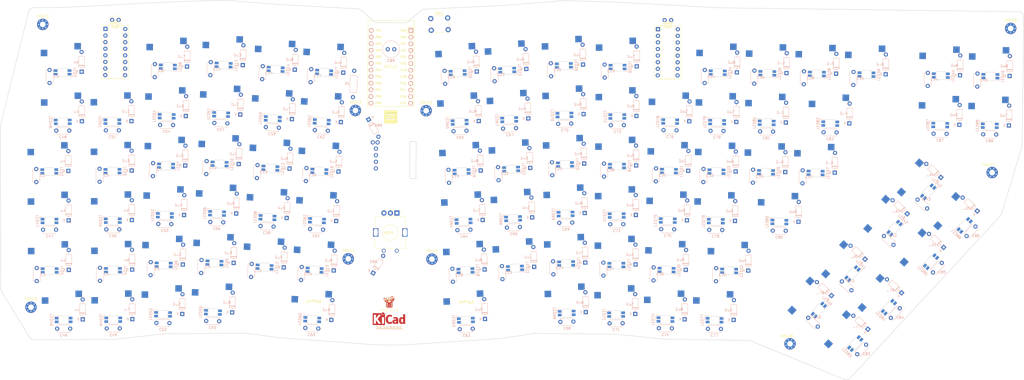
<source format=kicad_pcb>
(kicad_pcb (version 20240108) (generator "pcbnew") (generator_version "8.0")
  (title_block (title "travis_erg2024") (rev "2024.03.20") (company "Travis Hardiman"))
  (layers (0 "F.Cu" signal) (31 "B.Cu" signal) (34 "B.Paste" user) (35 "F.Paste" user) (36 "B.SilkS" user "B.Silkscreen") (37 "F.SilkS" user "F.Silkscreen") (38 "B.Mask" user) (39 "F.Mask" user) (44 "Edge.Cuts" user))
  (net 0 "")
  (net 1 "col0")
  (net 2 "matrixl_outer_mod")
  (net 3 "matrixl_outer_bottom")
  (net 4 "matrixl_outer_home")
  (net 5 "matrixl_outer_top")
  (net 6 "matrixl_outer_num")
  (net 7 "matrixl_outer_func")
  (net 8 "col1")
  (net 9 "matrixl_pinky_mod")
  (net 10 "matrixl_pinky_bottom")
  (net 11 "matrixl_pinky_home")
  (net 12 "matrixl_pinky_top")
  (net 13 "matrixl_pinky_num")
  (net 14 "col2")
  (net 15 "matrixl_ring_mod")
  (net 16 "matrixl_ring_bottom")
  (net 17 "matrixl_ring_home")
  (net 18 "matrixl_ring_top")
  (net 19 "matrixl_ring_num")
  (net 20 "matrixl_ring_func")
  (net 21 "col3")
  (net 22 "matrixl_middle_mod")
  (net 23 "matrixl_middle_bottom")
  (net 24 "matrixl_middle_home")
  (net 25 "matrixl_middle_top")
  (net 26 "matrixl_middle_num")
  (net 27 "matrixl_middle_func")
  (net 28 "col4")
  (net 29 "matrixl_index_bottom")
  (net 30 "matrixl_index_home")
  (net 31 "matrixl_index_top")
  (net 32 "matrixl_index_num")
  (net 33 "matrixl_index_func")
  (net 34 "col5")
  (net 35 "matrixl_inner_mod")
  (net 36 "matrixl_inner_bottom")
  (net 37 "matrixl_inner_home")
  (net 38 "matrixl_inner_top")
  (net 39 "matrixl_inner_num")
  (net 40 "matrixl_inner_func")
  (net 41 "col6")
  (net 42 "matrixr_inner_mod")
  (net 43 "matrixr_inner_bottom")
  (net 44 "matrixr_inner_home")
  (net 45 "matrixr_inner_top")
  (net 46 "matrixr_inner_num")
  (net 47 "matrixr_inner_func")
  (net 48 "col7")
  (net 49 "matrixr_index_bottom")
  (net 50 "matrixr_index_home")
  (net 51 "matrixr_index_top")
  (net 52 "matrixr_index_num")
  (net 53 "matrixr_index_func")
  (net 54 "col8")
  (net 55 "matrixr_middle_mod")
  (net 56 "matrixr_middle_bottom")
  (net 57 "matrixr_middle_home")
  (net 58 "matrixr_middle_top")
  (net 59 "matrixr_middle_num")
  (net 60 "matrixr_middle_func")
  (net 61 "col9")
  (net 62 "matrixr_ring_mod")
  (net 63 "matrixr_ring_bottom")
  (net 64 "matrixr_ring_home")
  (net 65 "matrixr_ring_top")
  (net 66 "matrixr_ring_num")
  (net 67 "matrixr_ring_func")
  (net 68 "col10")
  (net 69 "matrixr_pinky_mod")
  (net 70 "matrixr_pinky_bottom")
  (net 71 "matrixr_pinky_home")
  (net 72 "matrixr_pinky_top")
  (net 73 "matrixr_pinky_num")
  (net 74 "col11")
  (net 75 "matrixr_outer_mod")
  (net 76 "matrixr_outer_bottom")
  (net 77 "matrixr_outer_home")
  (net 78 "matrixr_outer_top")
  (net 79 "matrixr_outer_num")
  (net 80 "matrixr_outer_func")
  (net 81 "col12")
  (net 82 "matrixr_outer2_home")
  (net 83 "matrixr_outer2_top")
  (net 84 "matrixr_outer2_num")
  (net 85 "matrixr_outer2_func")
  (net 86 "col13")
  (net 87 "matrixr_outer3_top")
  (net 88 "matrixr_outer3_num")
  (net 89 "matrixr_outer3_func")
  (net 90 "matrixr_outer4_func")
  (net 91 "col15")
  (net 92 "arrows_left_bottom")
  (net 93 "col14")
  (net 94 "arrows_left_top")
  (net 95 "arrows_right_bottom")
  (net 96 "arrows_right_top")
  (net 97 "pages_left_bottom")
  (net 98 "pages_left_top")
  (net 99 "pages_right_bottom")
  (net 100 "pages_right_top")
  (net 101 "special_left_bottom")
  (net 102 "special_left_top")
  (net 103 "special_right_bottom")
  (net 104 "special_right_top")
  (net 105 "row5")
  (net 106 "row4")
  (net 107 "row3")
  (net 108 "row2")
  (net 109 "row1")
  (net 110 "row0")
  (net 111 "RAW")
  (net 112 "LED_29")
  (net 113 "GND")
  (net 114 "LED_28")
  (net 115 "LED_17")
  (net 116 "LED_16")
  (net 117 "LED_5")
  (net 118 "LED_4")
  (net 119 "LED_27")
  (net 120 "LED_15")
  (net 121 "LED_26")
  (net 122 "LED_14")
  (net 123 "LED_3")
  (net 124 "LED_25")
  (net 125 "LED_13")
  (net 126 "LED_2")
  (net 127 "LED_24")
  (net 128 "LED_12")
  (net 129 "LED_1")
  (net 130 "LED_23")
  (net 131 "LED_11")
  (net 132 "LED_0")
  (net 133 "LED_49")
  (net 134 "LED_48")
  (net 135 "LED_68")
  (net 136 "LED_67")
  (net 137 "LED_87")
  (net 138 "LED_47")
  (net 139 "LED_66")
  (net 140 "LED_86")
  (net 141 "LED_46")
  (net 142 "LED_65")
  (net 143 "LED_85")
  (net 144 "LED_45")
  (net 145 "LED_64")
  (net 146 "LED_84")
  (net 147 "LED_44")
  (net 148 "LED_63")
  (net 149 "LED_43")
  (net 150 "LED_62")
  (net 151 "LED_83")
  (net 152 "LED_61")
  (net 153 "LED_82")
  (net 154 "LED_60")
  (net 155 "LED_81")
  (net 156 "LED_80")
  (net 157 "LED_40")
  (net 158 "LED_39")
  (net 159 "LED_42")
  (net 160 "LED_57")
  (net 161 "LED_56")
  (net 162 "LED_59")
  (net 163 "LED_79")
  (net 164 "LED_78")
  (net 165 "LED_30")
  (net 166 "LED_18")
  (net 167 "LED_6")
  (net 168 "LED_31")
  (net 169 "LED_19")
  (net 170 "LED_7")
  (net 171 "LED_32")
  (net 172 "LED_20")
  (net 173 "LED_8")
  (net 174 "LED_33")
  (net 175 "LED_21")
  (net 176 "LED_9")
  (net 177 "LED_22")
  (net 178 "LED_10")
  (net 179 "LED_34")
  (net 180 "LED_35")
  (net 181 "LED_50")
  (net 182 "LED_69")
  (net 183 "LED_51")
  (net 184 "LED_70")
  (net 185 "LED_36")
  (net 186 "LED_52")
  (net 187 "LED_71")
  (net 188 "LED_37")
  (net 189 "LED_53")
  (net 190 "LED_72")
  (net 191 "LED_38")
  (net 192 "LED_54")
  (net 193 "LED_73")
  (net 194 "LED_55")
  (net 195 "LED_74")
  (net 196 "LED_75")
  (net 197 "LED_76")
  (net 198 "LED_41")
  (net 199 "LED_58")
  (net 200 "LED_77")
  (net 201 "LED")
  (net 202 "RST")
  (net 203 "VCC")
  (net 204 "encA")
  (net 205 "encC")
  (net 206 "P1")
  (net 207 "P0")
  (net 208 "mux0")
  (net 209 "mux1")
  (net 210 "mux2")
  (net 211 "mux3")
  (net 212 "scrA")
  (net 213 "scrC")
  (net 214 "P8")
  (net 215 "scr_to")
  (net 216 "undefined")
  (net 217 "enc_to")
  (footprint "MX" (layer "F.Cu") (at 137.111474 79.557941 -2.75)
    (property "Reference" "S34")
    (property "Value" "" (hide yes))
  )
  (footprint "MX" (layer "F.Cu") (at 75.303487 153.629282 -0.75)
    (property "Reference" "S13")
    (property "Value" "" (hide yes))
  )
  (footprint "travis" (layer "F.Cu") (at 161.832011 177.830449 -0.25)
    (property "Reference" "LOGO2" (hide yes))
    (property "Value" "")
  )
  (footprint "MX" (layer "F.Cu") (at 75.752826 134.583532 -0.75)
    (property "Reference" "S14")
    (property "Value" "" (hide yes))
  )
  (footprint "MX" (layer "F.Cu") (at 269.892902 98.514981 -0.75)
    (property "Reference" "S62")
    (property "Value" "" (hide yes))
  )
  (footprint "Stabilizer_MX_3.00u" (layer "F.Cu") (at 132.541557 174.698249 -2.75)
    (property "Reference" "STAB3u1")
    (property "Value" "Stabilizer_MX_3.00u" (hide yes))
  )
  (footprint "SW_PUSH_6mm_H4.3mm" (layer "F.Cu") (at 177.851584 63.86159 2.25)
    (property "Reference" "SW1")
    (property "Value" "SW_PUSH_6mm_H4.3mm" (hide yes))
  )
  (footprint "MX" (layer "F.Cu") (at 31.417666 155.814398 0.25)
    (property "Reference" "S2")
    (property "Value" "" (hide yes))
  )
  (footprint "MX" (layer "F.Cu") (at 117.381193 97.431902 -2.75)
    (property "Reference" "S27")
    (property "Value" "" (hide yes))
  )
  (footprint "MX" (layer "F.Cu") (at 331.400132 99.320154 -0.75)
    (property "Reference" "S74")
    (property "Value" "" (hide yes))
  )
  (footprint "MX" (layer "F.Cu") (at 268.544883 155.652231 -0.75)
    (property "Reference" "S59")
    (property "Value" "" (hide yes))
  )
  (footprint "MountingHole_2.2mm_M2_Pad_Via" (layer "F.Cu") (at 178.310074 156.402436 2.25)
    (property "Reference" "HOLE5")
    (property "Value" "")
  )
  (footprint "MountingHole_2.2mm_M2_Pad_Via" (layer "F.Cu") (at 315.888554 188.98382 23.25)
    (property "Reference" "HOLE8")
    (property "Value" "")
  )
  (footprint "MX" (layer "F.Cu") (at 76.451523 96.489414 -0.75)
    (property "Reference" "S16")
    (property "Value" "" (hide yes))
  )
  (footprint "MX" (layer "F.Cu") (at 55.646813 136.658497 0.25)
    (property "Reference" "S9")
    (property "Value" "" (hide yes))
  )
  (footprint "MX" (layer "F.Cu") (at 135.283508 117.614064 -2.75)
    (property "Reference" "S32")
    (property "Value" "" (hide yes))
  )
  (footprint "MX" (layer "F.Cu") (at 292.555326 155.966545 -0.75)
    (property "Reference" "S64")
    (property "Value" "" (hide yes))
  )
  (footprint "MX" (layer "F.Cu") (at 116.46721 116.459964 -2.75)
    (property "Reference" "S26")
    (property "Value" "" (hide yes))
  )
  (footprint "MX" (layer "F.Cu") (at 36.430752 98.64198 0.25)
    (property "Reference" "S5")
    (property "Value" "" (hide yes))
  )
  (footprint "MX" (layer "F.Cu") (at 189.504484 117.83321 2.25)
    (property "Reference" "S38")
    (property "Value" "" (hide yes))
  )
  (footprint "MX" (layer "F.Cu") (at 392.956736 81.074342 -0.75)
    (property "Reference" "S88")
    (property "Value" "" (hide yes))
  )
  (footprint "MX" (layer "F.Cu") (at 31.251423 117.714761 0.25)
    (property "Reference" "S4")
    (property "Value" "" (hide yes))
  )
  (footprint "MX" (layer "F.Cu") (at 229.538444 134.090292 1.25)
    (property "Reference" "S48")
    (property "Value" "" (hide yes))
  )
  (footprint "MX" (layer "F.Cu") (at 228.891581 76.940803 1.25)
    (property "Reference" "S51")
    (property "Value" "" (hide yes))
  )
  (footprint "MX" (layer "F.Cu") (at 306.989724 99.000605 -0.75)
    (property "Reference" "S71")
    (property "Value" "" (hide yes))
  )
  (footprint "MX" (layer "F.Cu") (at 287.691999 117.799616 -0.75)
    (property "Reference" "S66")
    (property "Value" "" (hide yes))
  )
  (footprint "MX" (layer "F.Cu") (at 249.621399 77.524174 0.25)
    (property "Reference" "S57")
    (property "Value" "" (hide yes))
  )
  (footprint "MX" (layer "F.Cu") (at 288.190713 79.70288 -0.75)
    (property "Reference" "S68")
    (property "Value" "" (hide yes))
  )
  (footprint "MX" (layer "F.Cu") (at 98.423652 76.767761 -1.75)
    (property "Reference" "S23")
    (property "Value" "" (hide yes))
  )
  (footprint "MX" (layer "F.Cu") (at 345.335817 80.45095 -0.75)
    (property "Reference" "S76")
    (property "Value" "" (hide yes))
  )
  (footprint "MX" (layer "F.Cu") (at 191.148645 174.962706 2.25)
    (property "Reference" "S35")
    (property "Value" "" (hide yes))
  )
  (footprint "Stabilizer_MX_3.00u" (layer "F.Cu") (at 191.148645 174.962706 2.25)
    (property "Reference" "STAB3u2")
    (property "Value" "Stabilizer_MX_3.00u" (hide yes))
  )
  (footprint "MountingHole_2.2mm_M2_Pad_Via" (layer "F.Cu") (at 24.238356 174.895905 0.25)
    (property "Reference" "HOLE9")
    (property "Value" "")
  )
  (footprint "MX" (layer "F.Cu") (at 373.659012 99.873353 -0.75)
    (property "Reference" "S85")
    (property "Value" "" (hide yes))
  )
  (footprint "Stabilizer_MX_2.00u" (layer "F.Cu") (at 191.148645 174.962706 2.25)
    (property "Reference" "STAB2u2")
    (property "Value" "Stabilizer_MX_2.00u" (hide yes))
  )
  (footprint "MX" (layer "F.Cu") (at 352.419561 141.113894 47.25)
    (property "Reference" "S82")
    (property "Value" "" (hide yes))
  )
  (footprint "MX" (layer "F.Cu") (at 229.754065 153.140122 1.25)
    (property "Reference" "S47")
    (property "Value" "" (hide yes))
  )
  (footprint "MX" (layer "F.Cu") (at 208.529982 116.835503 2.25)
    (property "Reference" "S43")
    (property "Value" "" (hide yes))
  )
  (footprint "MX" (layer "F.Cu") (at 97.44208 95.796661 -1.75)
    (property "Reference" "S22")
    (property "Value" "" (hide yes))
  )
  (footprint "MX" (layer "F.Cu") (at 76.202166 115.537782 -0.75)
    (property "Reference" "S15")
    (property "Value" "" (hide yes))
  )
  (footprint "MX" (layer "F.Cu") (at 55.813055 174.758134 0.25)
    (property "Reference" "S7")
    (property "Value" "" (hide yes))
  )
  (footprint "MX" (layer "F.Cu") (at 190.252384 136.868523 2.25)
    (property "Reference" "S37")
    (property "Value" "" (hide yes))
  )
  (footprint "MX" (layer "F.Cu") (at 229.107202 95.990633 1.25)
    (property "Reference" "S50")
    (property "Value" "" (hide yes))
  )
  (footprint "MX" (layer "F.Cu") (at 94.897177 152.895575 -1.75)
    (property "Reference" "S19")
    (property "Value" "" (hide yes))
  )
  (footprint "KiCad-Logo_5mm_Copper" (layer "F.Cu") (at 161.823285 179.83043 -0.25)
    (property "Reference" "SYM1" (hide yes))
    (property "Value" "KiCad-Logo_5mm_Copper" (hide yes))
  )
  (footprint "MX" (layer "F.Cu") (at 188.008685 79.762584 2.25)
    (property "Reference" "S40")
    (property "Value" "" (hide yes))
  )
  (footprint "MX" (layer "F.Cu") (at 307.239081 79.952237 -0.75)
    (property "Reference" "S72")
    (property "Value" "" (hide yes))
  )
  (footprint "MX" (layer "F.Cu") (at 365.350716 127.125051 47.25)
    (property "Reference" "S84")
    (property "Value" "" (hide yes))
  )
  (footprint "MX" (layer "F.Cu") (at 392.70738 100.12271 -0.75)
    (property "Reference" "S87")
    (property "Value" "" (hide yes))
  )
  (footprint "MX" (layer "F.Cu") (at 132.541557 174.698249 -2.75)
    (property "Reference" "S29")
    (property "Value" "" (hide yes))
  )
  (footprint "MX" (layer "F.Cu") (at 188.756585 98.797897 2.25)
    (property "Reference" "S39")
    (property "Value" "" (hide yes))
  )
  (footprint "MX" (layer "F.Cu") (at 366.408405 154.045049 47.25)
    (property "Reference" "S81")
    (property "Value" "" (hide yes))
  )
  (footprint "MX" (layer "F.Cu") (at 36.347631 79.592162 0.25)
    (property "Reference" "S6")
    (property "Value" "" (hide yes))
  )
  (footprint "MX" (layer "F.Cu") (at 311.853051 137.167533 -0.75)
    (property "Reference" "S69")
    (property "Value" "" (hide yes))
  )
  (footprint "MX" (layer "F.Cu") (at 373.908368 80.824985 -0.75)
    (property "Reference" "S86")
    (property "Value" "" (hide yes))
  )
  (footprint "MX" (layer "F.Cu") (at 55.563692 117.608678 0.25)
    (property "Reference" "S10")
    (property "Value" "" (hide yes))
  )
  (footprint "ProMicro" (layer "F.Cu") (at 162.548081 82.410236 -90.25)
    (property "Reference" "MCU1")
    (property "Value" "" (hide yes))
  )
  (footprint "MX" (layer "F.Cu") (at 207.782083 97.80019 2.25)
    (property "Reference" "S44")
    (property "Value" "" (hide yes))
  )
  (footprint "DIP-16_W7.62mm_Socket" (layer "F.Cu") (at 265.142649 67.927004 -0.25)
    (property "Reference" "DIP2")
    (property "Value" "DIP-16_W7.62mm_Socket" (hide yes))
  )
  (footprint "MX" (layer "F.Cu") (at 114.239704 154.496896 -2.75)
    (property "Reference" "S24")
    (property "Value" "" (hide yes))
  )
  (footprint "MX" (layer "F.Cu") (at 350.244462 171.531103 47.25)
    (property "Reference" "S79")
    (property "Value" "" (hide yes))
  )
  (footprint "Stabilizer_MX_2.00u" (layer "F.Cu") (at 132.541557 174.698249 -2.75)
    (property "Reference" "STAB2u1")
    (property "Value" "Stabilizer_MX_2.00u" (hide yes))
  )
  (footprint "MX" (layer "F.Cu") (at 209.277882 135.870817 2.25)
    (property "Reference" "S42")
    (property "Value" "" (hide yes))
  )
  (footprint "MX" (layer "F.Cu") (at 134.369524 136.642126 -2.75)
    (property "Reference" "S31")
    (property "Value" "" (hide yes))
  )
  (footprint "rotary_encoder" (layer "F.Cu") (at 162.269433 146.271168 -90.25)
    (property "Reference" "ROT1")
    (property "Value" "")
  )
  (footprint "MountingHole_2.2mm_M2_Pad_Via" (layer "F.Cu") (at 146.140915 156.27951 -2.75)
    (property "Reference" "HOLE4")
    (property "Value" "")
  )
  (footprint "MX" (layer "F.Cu") (at 268.095544 174.697981 -0.75)
    (property "Reference" "S58")
    (property "Value" "" (hide yes))
  )
  (footprint "MountingHole_2.2mm_M2_Pad_Via" (layer "F.Cu") (at 176.066376 99.296497 2.25)
    (property "Reference" "HOLE3")
    (property "Value" "")
  )
  (footprint "MX" (layer "F.Cu") (at 229.969687 172.189951 1.25)
    (property "Reference" "S46")
    (property "Value" "" (hide yes))
  )
  (footprint "C_Disc_D3.8mm_W2.6mm_P2.50mm" (layer "F.Cu") (at 270.217872 64.449116 179.75)
    (property "Reference" "C91")
    (property "Value" "C_Disc_D3.8mm_W2.6mm_P2.50mm" (hide yes))
  )
  (footprint "MX" (layer "F.Cu") (at 325.788735 118.298329 -0.75)
    (property "Reference" "S73")
    (property "Value" "" (hide yes))
  )
  (footprint "MX" (layer "F.Cu") (at 191.000283 155.903837 2.25)
    (property "Reference" "S36")
    (property "Value" "" (hide yes))
  )
  (footprint "MX" (layer "F.Cu") (at 115.353457 135.47843 -2.75)
    (property "Reference" "S25")
    (property "Value" "" (hide yes))
  )
  (footprint "MX" (layer "F.Cu") (at 269.443562 117.560731 -0.75)
    (property "Reference" "S61")
    (property "Value" "" (hide yes))
  )
  (footprint "MountingHole_2.2mm_M2_Pad_Via" (layer "F.Cu") (at 148.882865 99.195324 -2.75)
    (property "Reference" "HOLE2")
    (property "Value" "")
  )
  (footprint "MX" (layer "F.Cu") (at 95.878749 133.866675 -1.75)
    (property "Reference" "S20")
    (property "Value" "" (hide yes))
  )
  (footprint "MX" (layer "F.Cu") (at 323.324464 172.588793 47.25)
    (property "Reference" "S78")
    (property "Value" "" (hide yes))
  )
  (footprint "MX" (layer "F.Cu") (at 249.504522 96.574865 0.25)
    (property "Reference" "S56")
    (property "Value" "" (hide yes))
  )
  (footprint "RollerEncoder_Panasonic_EVQWGD001" (layer "F.Cu") (at 162.393996 117.723637 -0.25)
    (property "Reference" "REF**")
    (property "Value" "RollerEncoder_Panasonic_EVQWGD001")
    (fp_line (start 7.4 -6.3) (end 7.4 7.3) (stroke (width 0.15)) (layer "Edge.Cuts"))
    (fp_line (start 7.7 7.6) (end 9.5 7.6) (stroke (width 0.15)) (layer "Edge.Cuts"))
    (fp_line (start 9.5 -6.6) (end 7.7 -6.6) (stroke (width 0.15)) (layer "Edge.Cuts"))
    (fp_line (start 9.8 7.3) (end 9.8 -6.3) (stroke (width 0.15)) (layer "Edge.Cuts"))
    (fp_arc (start 7.4 -6.3) (mid 7.487868 -6.512133) (end 7.7 -6.6) (stroke (width 0.15)) (layer "Edge.Cuts"))
    (fp_arc (start 7.7 7.6) (mid 7.487868 7.512132) (end 7.4 7.3) (stroke (width 0.15)) (layer "Edge.Cuts"))
    (fp_arc (start 9.5 -6.6) (mid 9.712132 -6.512132) (end 9.8 -6.3) (stroke (width 0.15)) (layer "Edge.Cuts"))
    (fp_arc (start 9.8 7.3) (mid 9.712132 7.512132) (end 9.5 7.6) (stroke (width 0.15)) (layer "Edge.Cuts"))
  )
  (footprint "MX" (layer "F.Cu") (at 268.994223 136.606481 -0.75)
    (property "Reference" "S60")
    (property "Value" "" (hide yes))
  )
  (footprint "MX" (layer "F.Cu") (at 249.387645 115.625556 0.25)
    (property "Reference" "S55")
    (property "Value" "" (hide yes))
  )
  (footprint "MX" (layer "F.Cu") (at 210.025781 154.90613 2.25)
    (property "Reference" "S41")
    (property "Value" "" (hide yes))
  )
  (footprint "MX" (layer "F.Cu") (at 306.740367 118.048973 -0.75)
    (property "Reference" "S70")
    (property "Value" "" (hide yes))
  )
  (footprint "MountingHole_2.2mm_M2_Pad_Via" (layer "F.Cu") (at 28.763689 66.100124 0.25)
    (property "Reference" "HOLE1")
    (property "Value" "")
  )
  (footprint "MX" (layer "F.Cu") (at 379.339559 140.056205 47.25)
    (property "Reference" "S83")
    (property "Value" "" (hide yes))
  )
  (footprint "MX" (layer "F.Cu") (at 31.334544 136.76458 0.25)
    (property "Reference" "S3")
    (property "Value" "" (hide yes))
  )
  (footprint "MX" (layer "F.Cu") (at 249.153891 153.726939 0.25)
    (property "Reference" "S53")
    (property "Value" "" (hide yes))
  )
  (footprint "C_Disc_D3.8mm_W2.6mm_P2.50mm" (layer "F.Cu") (at 57.936063 64.353502 179.75)
    (property "Reference" "C90")
    (property "Value" "C_Disc_D3.8mm_W2.6mm_P2.50mm" (hide yes))
  )
  (footprint "MX" (layer "F.Cu") (at 55.480571 98.558859 0.25)
    (property "Reference" "S11")
    (property "Value" "" (hide yes))
  )
  (footprint "MX" (layer "F.Cu") (at 136.197491 98.586002 -2.75)
    (property "Reference" "S33")
    (property "Value" "" (hide yes))
  )
  (footprint "MX" (layer "F.Cu") (at 229.322823 115.040463 1.25)
    (property "Reference" "S49")
    (property "Value" "" (hide yes))
  )
  (footprint "MX" (layer "F.Cu") (at 336.255619 158.599949 47.25)
    (property "Reference" "S80")
    (property "Value" "" (hide yes))
  )
  (footprint "MX" (layer "F.Cu") (at 287.941356 98.751248 -0.75)
    (property "Reference" "S67")
    (property "Value" "" (hide yes))
  )
  (footprint "MX" (layer "F.Cu") (at 55.729934 155.708315 0.25)
    (property "Reference" "S8")
    (property "Value" "" (hide yes))
  )
  (footprint "ergogen" (layer "F.Cu") (at 162.463948 101.691921 -0.25)
    (property "Reference" "LOGO1" (hide yes))
    (property "Value" "")
  )
  (footprint "DIP-16_W7.62mm_Socket" (layer "F.Cu") (at 52.86084 67.83139 -0.25)
    (property "Reference" "DIP1")
    (property "Value" "DIP-16_W7.62mm_Socket" (hide yes))
  )
  (footprint "MX" (layer "F.Cu") (at 96.860321 114.837776 -1.75)
    (property "Reference" "S21")
    (property "Value" "" (hide yes))
  )
  (footprint "MX" (layer "F.Cu") (at 75.05413 172.67765 -0.75)
    (property "Reference" "S12")
    (property "Value" "" (hide yes))
  )
  (footprint "MX" (layer "F.Cu") (at 118.494946 78.413436 -2.75)
    (property "Reference" "S28")
    (property "Value" "" (hide yes))
  )
  (footprint "MX" (layer "F.Cu") (at 207.034183 78.764877 2.25)
    (property "Reference" "S45")
    (property "Value" "" (hide yes))
  )
  (footprint "MountingHole_2.2mm_M2_Pad_Via" (layer "F.Cu") (at 393.530322 123.084388 23.25)
    (property "Reference" "HOLE7")
    (property "Value" "")
  )
  (footprint "MX" (layer "F.Cu") (at 337.313308 185.519947 47.25)
    (property "Reference" "S77")
    (property "Value" "" (hide yes))
  )
  (footprint "MountingHole_2.2mm_M2_Pad_Via" (layer "F.Cu") (at 400.658128 67.649 -0.75)
    (property "Reference" "HOLE6")
    (property "Value" "")
  )
  (footprint "MX" (layer "F.Cu") (at 133.455541 155.670187 -2.75)
    (property "Reference" "S30")
    (property "Value" "" (hide yes))
  )
  (footprint "MX" (layer "F.Cu") (at 286.943929 174.94472 -0.75)
    (property "Reference" "S63")
    (property "Value" "" (hide yes))
  )
  (footprint "MX" (layer "F.Cu") (at 36.763236 174.841255 0.25)
    (property "Reference" "S1")
    (property "Value" "" (hide yes))
  )
  (footprint "MX" (layer "F.Cu") (at 94.315418 171.93669 -1.75)
    (property "Reference" "S18")
    (property "Value" "" (hide yes))
  )
  (footprint "MX" (layer "F.Cu") (at 287.442642 136.847984 -0.75)
    (property "Reference" "S65")
    (property "Value" "" (hide yes))
  )
  (footprint "MX" (layer "F.Cu") (at 76.900862 77.443664 -0.75)
    (property "Reference" "S17")
    (property "Value" "" (hide yes))
  )
  (footprint "MX" (layer "F.Cu") (at 326.287449 80.201594 -0.75)
    (property "Reference" "S75")
    (property "Value" "" (hide yes))
  )
  (footprint "MX" (layer "F.Cu") (at 249.037014 172.77763 0.25)
    (property "Reference" "S52")
    (property "Value" "" (hide yes))
  )
  (footprint "MX" (layer "F.Cu") (at 249.270768 134.676248 0.25)
    (property "Reference" "S54")
    (property "Value" "" (hide yes))
  )
  (footprint "C_Disc_D4.7mm_W2.5mm_P5.00mm" (layer "B.Cu") (at 186.161177 160.097052 -87.75)
    (property "Reference" "C18")
    (property "Value" "C_Disc_D4.7mm_W2.5mm_P5.00mm" (hide yes))
  )
  (footprint "Diode_DO-35" (layer "B.Cu") (at 275.832078 160.498032 89.25)
    (property "Reference" "D59")
    (property "Value" "1N4148")
  )
  (footprint "Diode_DO-35" (layer "B.Cu") (at 140.56918 160.767357 87.25)
    (property "Reference" "D30")
    (property "Value" "1N4148")
  )
  (footprint "ceoloide:led_SK6812mini-e (per-keysingle-side)" (layer "B.Cu") (at 36.784878 179.801208 0.25)
    (property "Reference" "LED46")
    (property "Value" "")
    (fp_line (start -1.8 -1.55) (end -1.8 1.55) (stroke (width 0.12)) (layer "Edge.Cuts"))
    (fp_line (start -1.8 1.55) (end 1.8 1.55) (stroke (width 0.12)) (layer "Edge.Cuts"))
    (fp_line (start 1.8 -1.55) (end -1.8 -1.55) (stroke (width 0.12)) (layer "Edge.Cuts"))
    (fp_line (start 1.8 1.55) (end 1.8 -1.55) (stroke (width 0.12)) (layer "Edge.Cuts"))
  )
  (footprint "Diode_DO-35" (layer "B.Cu") (at 381.195563 85.670787 89.25)
    (property "Reference" "D86")
    (property "Value" "1N4148")
  )
  (footprint "C_Disc_D4.7mm_W2.5mm_P5.00mm" (layer "B.Cu") (at 252.040714 104.863878 -179.75)
    (property "Reference" "C73")
    (property "Value" "C_Disc_D4.7mm_W2.5mm_P5.00mm" (hide yes))
  )
  (footprint "Diode_DO-35" (layer "B.Cu") (at 294.979194 122.645417 89.25)
    (property "Reference" "D66")
    (property "Value" "1N4148")
  )
  (footprint "Diode_DO-35" (layer "B.Cu") (at 104.061835 119.810018 88.25)
    (property "Reference" "D21")
    (property "Value" "1N4148")
  )
  (footprint "C_Disc_D4.7mm_W2.5mm_P5.00mm" (layer "B.Cu") (at 321.235518 84.135803 -90.75)
    (property "Reference" "C38")
    (property "Value" "C_Disc_D4.7mm_W2.5mm_P5.00mm" (hide yes))
  )
  (footprint "C_Disc_D4.7mm_W2.5mm_P5.00mm" (layer "B.Cu") (at 98.124113 142.23915 178.25)
    (property "Reference" "C56")
    (property "Value" "C_Disc_D4.7mm_W2.5mm_P5.00mm" (hide yes))
  )
  (footprint "Diode_DO-35" (layer "B.Cu") (at 198.531101 160.361615 92.25)
    (property "Reference" "D36")
    (property "Value" "1N4148")
  )
  (footprint "C_Disc_D4.7mm_W2.5mm_P5.00mm" (layer "B.Cu") (at 205.186675 159.099345 -87.75)
    (property "Reference" "C21")
    (property "Value" "C_Disc_D4.7mm_W2.5mm_P5.00mm" (hide yes))
  )
  (footprint "Diode_DO-35" (layer "B.Cu") (at 153.959526 102.686692 -60.25)
    (property "Reference" "D89")
    (property "Value" "1N4148")
  )
  (footprint "C_Disc_D4.7mm_W2.5mm_P5.00mm" (layer "B.Cu") (at 251.573205 181.066643 -179.75)
    (property "Reference" "C71")
    (property "Value" "C_Disc_D4.7mm_W2.5mm_P5.00mm" (hide yes))
  )
  (footprint "Diode_DO-35" (layer "B.Cu") (at 314.526275 84.798038 89.25)
    (property "Reference" "D72")
    (property "Value" "1N4148")
  )
  (footprint "ceoloide:led_SK6812mini-e (per-keysingle-side)" (layer "B.Cu") (at 74.989206 177.637225 -0.75)
    (property "Reference" "LED52")
    (property "Value" "")
    (fp_line (start -1.8 1.55) (end 1.8 1.55) (stroke (width 0.12)) (layer "Edge.Cuts"))
    (fp_line (start -1.8 -1.55) (end -1.8 1.55) (stroke (width 0.12)) (layer "Edge.Cuts"))
    (fp_line (start 1.8 1.55) (end 1.8 -1.55) (stroke (width 0.12)) (layer "Edge.Cuts"))
    (fp_line (start 1.8 -1.55) (end -1.8 -1.55) (stroke (width 0.12)) (layer "Edge.Cuts"))
  )
  (footprint "Diode_DO-35" (layer "B.Cu") (at 294.729837 141.693785 89.25)
    (property "Reference" "D65")
    (property "Value" "1N4148")
  )
  (footprint "ceoloide:led_SK6812mini-e (per-keysingle-side)" (layer "B.Cu") (at 36.452394 103.601933 0.25)
    (property "Reference" "LED48")
    (property "Value" "")
    (fp_line (start -1.8 -1.55) (end -1.8 1.55) (stroke (width 0.12)) (layer "Edge.Cuts"))
    (fp_line (start -1.8 1.55) (end 1.8 1.55) (stroke (width 0.12)) (layer "Edge.Cuts"))
    (fp_line (start 1.8 -1.55) (end -1.8 -1.55) (stroke (width 0.12)) (layer "Edge.Cuts"))
    (fp_line (start 1.8 1.55) (end 1.8 -1.55) (stroke (width 0.12)) (layer "Edge.Cuts"))
  )
  (footprint "C_Disc_D4.7mm_W2.5mm_P5.00mm" (layer "B.Cu") (at 283.138783 83.637089 -90.75)
    (property "Reference" "C34")
    (property "Value" "C_Disc_D4.7mm_W2.5mm_P5.00mm" (hide yes))
  )
  (footprint "Diode_DO-35" (layer "B.Cu") (at 84.188057 82.289466 89.25)
    (property "Reference" "D17")
    (property "Value" "1N4148")
  )
  (footprint "C_Disc_D4.7mm_W2.5mm_P5.00mm" (layer "B.Cu") (at 231.787671 104.23412 -178.75)
    (property "Reference" "C70")
    (property "Value" "C_Disc_D4.7mm_W2.5mm_P5.00mm" (hide yes))
  )
  (footprint "C_Disc_D4.7mm_W2.5mm_P5.00mm" (layer "B.Cu") (at 212.101811 144.066268 -177.75)
    (property "Reference" "C66")
    (property "Value" "C_Disc_D4.7mm_W2.5mm_P5.00mm" (hide yes))
  )
  (footprint "C_Disc_D4.7mm_W2.5mm_P5.00mm" (layer "B.Cu") (at 340.283887 84.38516 -90.75)
    (property "Reference" "C39")
    (property "Value" "C_Disc_D4.7mm_W2.5mm_P5.00mm" (hide yes))
  )
  (footprint "C_Disc_D4.7mm_W2.5mm_P5.00mm" (layer "B.Cu") (at 224.842515 157.248244 -88.75)
    (property "Reference" "C24")
    (property "Value" "C_Disc_D4.7mm_W2.5mm_P5.00mm" (hide yes))
  )
  (footprint "Diode_DO-35" (layer "B.Cu") (at 62.934348 122.326563 90.25)
    (property "Reference" "D10")
    (property "Value" "1N4148")
  )
  (footprint "C_Disc_D4.7mm_W2.5mm_P5.00mm" (layer "B.Cu") (at 33.870736 145.053592 -179.75)
    (property "Reference" "C47")
    (property "Value" "C_Disc_D4.7mm_W2.5mm_P5.00mm" (hide yes))
  )
  (footprint "C_Disc_D4.7mm_W2.5mm_P5.00mm" (layer "B.Cu") (at 272.284044 106.846994 179.25)
    (property "Reference" "C76")
    (property "Value" "C_Disc_D4.7mm_W2.5mm_P5.00mm" (hide yes))
  )
  (footprint "Diode_DO-35" (layer "B.Cu") (at 195.539503 84.220362 92.25)
    (property "Reference" "D40")
    (property "Value" "1N4148")
  )
  (footprint "C_Disc_D4.7mm_W2.5mm_P5.00mm" (layer "B.Cu") (at 244.6389 81.545952 -89.75)
    (property "Reference" "C29")
    (property "Value" "C_Disc_D4.7mm_W2.5mm_P5.00mm" (hide yes))
  )
  (footprint "ceoloide:led_SK6812mini-e (per-keysingle-side)" (layer "B.Cu") (at 325.723811 123.257905 179.25)
    (property "Reference" "LED37")
    (property "Value" "")
    (fp_line (start 1.8 -1.55) (end -1.8 -1.55) (stroke (width 0.12)) (layer "Edge.Cuts"))
    (fp_line (start 1.8 1.55) (end 1.8 -1.55) (stroke (width 0.12)) (layer "Edge.Cuts"))
    (fp_line (start -1.8 -1.55) (end -1.8 1.55) (stroke (width 0.12)) (layer "Edge.Cuts"))
    (fp_line (start -1.8 1.55) (end 1.8 1.55) (stroke (width 0.12)) (layer "Edge.Cuts"))
  )
  (footprint "C_Disc_D4.7mm_W2.5mm_P5.00mm" (layer "B.Cu") (at 287.503396 159.900754 -90.75)
    (property "Reference" "C32")
    (property "Value" "C_Disc_D4.7mm_W2.5mm_P5.00mm" (hide yes))
  )
  (footprint "C_Disc_D4.7mm_W2.5mm_P5.00mm" (layer "B.Cu") (at 50.747435 159.730094 -89.75)
    (property "Reference" "C4")
    (property "Value" "C_Disc_D4.7mm_W2.5mm_P5.00mm" (hide yes))
  )
  (footprint "ceoloide:led_SK6812mini-e (per-keysingle-side)" (layer "B.Cu") (at 55.751576 160.668268 -179.75)
    (property "Reference" "LED4")
    (property "Value" "")
    (fp_line (start 1.8 1.55) (end 1.8 -1.55) (stroke (width 0.12)) (layer "Edge.Cuts"))
    (fp_line (start 1.8 -1.55) (end -1.8 -1.55) (stroke (width 0.12)) (layer "Edge.Cuts"))
    (fp_line (start -1.8 1.55) (end 1.8 1.55) (stroke (width 0.12)) (layer "Edge.Cuts"))
    (fp_line (start -1.8 -1.55) (end -1.8 1.55) (stroke (width 0.12)) (layer "Edge.Cuts"))
  )
  (footprint "Diode_DO-35" (layer "B.Cu") (at 333.07593 123.144131 89.25)
    (property "Reference" "D73")
    (property "Value" "1N4148")
  )
  (footprint "Diode_DO-35" (layer "B.Cu") (at 217.556599 159.363908 92.25)
    (property "Reference" "D41")
    (property "Value" "1N4148")
  )
  (footprint "C_Disc_D4.7mm_W2.5mm_P5.00mm" (layer "B.Cu") (at 345.105187 189.318187 -132.75)
    (property "Reference" "C83")
    (property "Value" "C_Disc_D4.7mm_W2.5mm_P5.00mm" (hide yes))
  )
  (footprint "ceoloide:led_SK6812mini-e (per-keysingle-side)" (layer "B.Cu") (at 249.29241 139.6362 0.25)
    (property "Reference" "LED72")
    (property "Value" "")
    (fp_line (start -1.8 -1.55) (end -1.8 1.55) (stroke (width 0.12)) (layer "Edge.Cuts"))
    (fp_line (start -1.8 1.55) (end 1.8 1.55) (stroke (width 0.12)) (layer "Edge.Cuts"))
    (fp_line (start 1.8 -1.55) (end -1.8 -1.55) (stroke (width 0.12)) (layer "Edge.Cuts"))
    (fp_line (start 1.8 1.55) (end 1.8 -1.55) (stroke (width 0.12)) (layer "Edge.Cuts"))
  )
  (footprint "C_Disc_D4.7mm_W2.5mm_P5.00mm" (layer "B.Cu") (at 376.050154 108.205366 179.25)
    (property "Reference" "C87")
    (property "Value" "C_Disc_D4.7mm_W2.5mm_P5.00mm" (hide yes))
  )
  (footprint "C_Disc_D4.7mm_W2.5mm_P5.00mm" (layer "B.Cu") (at 134.64046 183.108636 177.25)
    (property "Reference" "C60")
    (property "Value" "C_Disc_D4.7mm_W2.5mm_P5.00mm" (hide yes))
  )
  (footprint "ceoloide:led_SK6812mini-e (per-keysingle-side)" (layer "B.Cu") (at 132.303586 179.652537 -2.75)
    (property "Reference" "LED60")
    (property "Value" "")
    (fp_line (start -1.8 1.55) (end 1.8 1.55) (stroke (width 0.12)) (layer "Edge.Cuts"))
    (fp_line (start -1.8 -1.55) (end -1.8 1.55) (stroke (width 0.12)) (layer "Edge.Cuts"))
    (fp_line (start 1.8 1.55) (end 1.8 -1.55) (stroke (width 0.12)) (layer "Edge.Cuts"))
    (fp_line (start 1.8 -1.55) (end -1.8 -1.55) (stroke (width 0.12)) (layer "Edge.Cuts"))
  )
  (footprint "ceoloide:led_SK6812mini-e (per-keysingle-side)" (layer "B.Cu") (at 331.335208 104.27973 -0.75)
    (property "Reference" "LED82")
    (property "Value" "")
    (fp_line (start -1.8 1.55) (end 1.8 1.55) (stroke (width 0.12)) (layer "Edge.Cuts"))
    (fp_line (start -1.8 -1.55) (end -1.8 1.55) (stroke (width 0.12)) (layer "Edge.Cuts"))
    (fp_line (start 1.8 1.55) (end 1.8 -1.55) (stroke (width 0.12)) (layer "Edge.Cuts"))
    (fp_line (start 1.8 -1.55) (end -1.8 -1.55) (stroke (width 0.12)) (layer "Edge.Cuts"))
  )
  (footprint "C_Disc_D4.7mm_W2.5mm_P5.00mm" (layer "B.Cu") (at 119.480096 105.842289 177.25)
    (property "Reference" "C59")
    (property "Value" "C_Disc_D4.7mm_W2.5mm_P5.00mm" (hide yes))
  )
  (footprint "Diode_DO-35" (layer "B.Cu") (at 387.816777 137.883238 137.25)
    (property "Reference" "D83")
    (property "Value" "1N4148")
  )
  (footprint "ceoloide:led_SK6812mini-e (per-keysingle-side)" (layer "B.Cu") (at 392.891812 86.033917 179.25)
    (property "Reference" "LED45")
    (property "Value" "")
    (fp_line (start 1.8 -1.55) (end -1.8 -1.55) (stroke (width 0.12)) (layer "Edge.Cuts"))
    (fp_line (start 1.8 1.55) (end 1.8 -1.55) (stroke (width 0.12)) (layer "Edge.Cuts"))
    (fp_line (start -1.8 -1.55) (end -1.8 1.55) (stroke (width 0.12)) (layer "Edge.Cuts"))
    (fp_line (start -1.8 1.55) (end 1.8 1.55) (stroke (width 0.12)) (layer "Edge.Cuts"))
  )
  (footprint "Diode_DO-35" (layer "B.Cu") (at 400.243931 85.920144 89.25)
    (property "Reference" "D88")
    (property "Value" "1N4148")
  )
  (footprint "C_Disc_D4.7mm_W2.5mm_P5.00mm" (layer "B.Cu") (at 111.281056 120.215467 -92.75)
    (property "Reference" "C13")
    (property "Value" "C_Disc_D4.7mm_W2.5mm_P5.00mm" (hide yes))
  )
  (footprint "C_Disc_D4.7mm_W2.5mm_P5.00mm" (layer "B.Cu") (at 289.833785 145.179997 179.25)
    (property "Reference" "C78")
    (property "Value" "C_Disc_D4.7mm_W2.5mm_P5.00mm" (hide yes))
  )
  (footprint "Diode_DO-35" (layer "B.Cu") (at 43.718287 84.310046 90.25)
    (property "Reference" "D6")
    (property "Value" "1N4148")
  )
  (footprint "ceoloide:led_SK6812mini-e (per-keysingle-side)" (layer "B.Cu") (at 353.886702 174.897955 47.25)
    (property "Reference" "LED84")
    (property "Value" "")
    (fp_line (start -1.8 -1.55) (end -1.8 1.550001) (stroke (width 0.12)) (layer "Edge.Cuts"))
    (fp_line (start -1.8 1.550001) (end 1.8 1.55) (stroke (width 0.12)) (layer "Edge.Cuts"))
    (fp_line (start 1.8 -1.550001) (end -1.8 -1.55) (stroke (width 0.12)) (layer "Edge.Cuts"))
    (fp_line (start 1.8 1.55) (end 1.8 -1.550001) (stroke (width 0.12)) (layer "Edge.Cuts"))
  )
  (footprint "Diode_DO-35" (layer "B.Cu") (at 256.641424 139.394132 90.25)
    (property "Reference" "D54")
    (property "Value" "1N4148")
  )
  (footprint "C_Disc_D4.7mm_W2.5mm_P5.00mm" (layer "B.Cu") (at 71.848932 81.377873 -90.75)
    (property "Reference" "C8")
    (property "Value" "C_Disc_D4.7mm_W2.5mm_P5.00mm" (hide yes))
  )
  (footprint "ceoloide:led_SK6812mini-e (per-keysingle-side)" (layer "B.Cu") (at 133.217569 160.624475 177.25)
    (property "Reference" "LED15")
    (property "Value" "")
    (fp_line (start 1.8 -1.55) (end -1.8 -1.55) (stroke (width 0.12)) (layer "Edge.Cuts"))
    (fp_line (start 1.8 1.55) (end 1.8 -1.55) (stroke (width 0.12)) (layer "Edge.Cuts"))
    (fp_line (start -1.8 -1.55) (end -1.8 1.55) (stroke (width 0.12)) (layer "Edge.Cuts"))
    (fp_line (start -1.8 1.55) (end 1.8 1.55) (stroke (width 0.12)) (layer "Edge.Cuts"))
  )
  (footprint "C_Disc_D4.7mm_W2.5mm_P5.00mm" (layer "B.Cu") (at 244.171392 157.748717 -89.75)
    (property "Reference" "C27")
    (property "Value" "C_Disc_D4.7mm_W2.5mm_P5.00mm" (hide yes))
  )
  (footprint "C_Disc_D4.7mm_W2.5mm_P5.00mm" (layer "B.Cu") (at 210.606012 105.995642 -177.75)
    (property "Reference" "C67")
    (property "Value" "C_Disc_D4.7mm_W2.5mm_P5.00mm" (hide yes))
  )
  (footprint "ceoloide:led_SK6812mini-e (per-keysingle-side)" (layer "B.Cu") (at 368.992955 130.491902 -132.75)
    (property "Reference" "LED43")
    (property "Value" "")
    (fp_line (start 1.8 1.55) (end 1.8 -1.550001) (stroke (width 0.12)) (layer "Edge.Cuts"))
    (fp_line (start 1.8 -1.550001) (end -1.8 -1.55) (stroke (width 0.12)) (layer "Edge.Cuts"))
    (fp_line (start -1.8 1.550001) (end 1.8 1.55) (stroke (width 0.12)) (layer "Edge.Cuts"))
    (fp_line (start -1.8 -1.55) (end -1.8 1.550001) (stroke (width 0.12)) (layer "Edge.Cuts"))
  )
  (footprint "Diode_DO-35" (layer "B.Cu") (at 236.559074 100.579163 91.25)
    (property "Reference" "D50")
    (property "Value" "1N4148")
  )
  (footprint "Diode_DO-35" (layer "B.Cu") (at 122.467096 140.575599 87.25)
    (property "Reference" "D25")
    (property "Value" "1N4148")
  )
  (footprint "C_Disc_D4.7mm_W2.5mm_P5.00mm" (layer "B.Cu") (at 131.92532 83.313443 -92.75)
    (property "Reference" "C17")
    (property "Value" "C_Disc_D4.7mm_W2.5mm_P5.00mm" (hide yes))
  )
  (footprint "ceoloide:led_SK6812mini-e (per-keysingle-side)" (layer "B.Cu") (at 76.835938 82.403239 179.25)
    (property "Reference" "LED8")
    (property "Value" "")
    (fp_line (start 1.8 -1.55) (end -1.8 -1.55) (stroke (width 0.12)) (layer "Edge.Cuts"))
    (fp_line (start 1.8 1.55) (end 1.8 -1.55) (stroke (width 0.12)) (layer "Edge.Cuts"))
    (fp_line (start -1.8 -1.55) (end -1.8 1.55) (stroke (width 0.12)) (layer "Edge.Cuts"))
    (fp_line (start -1.8 1.55) (end 1.8 1.55) (stroke (width 0.12)) (layer "Edge.Cuts"))
  )
  (footprint "C_Disc_D4.7mm_W2.5mm_P5.00mm" (layer "B.Cu") (at 91.740499 118.683218 -91.75)
    (property "Reference" "C10")
    (property "Value" "C_Disc_D4.7mm_W2.5mm_P5.00mm" (hide yes))
  )
  (footprint "C_Disc_D4.7mm_W2.5mm_P5.00mm" (layer "B.Cu") (at 89.777355 156.741017 -91.75)
    (property "Reference" "C9")
    (property "Value" "C_Disc_D4.7mm_W2.5mm_P5.00mm" (hide yes))
  )
  (footprint "Diode_DO-35" (layer "B.Cu") (at 38.7052 141.482464 90.25)
    (property "Reference" "D3")
    (property "Value" "1N4148")
  )
  (footprint "ceoloide:led_SK6812mini-e (per-keysingle-side)" (layer "B.Cu") (at 76.386598 101.448989 -0.75)
    (property "Reference" "LED54")
    (property "Value" "")
    (fp_line (start -1.8 1.55) (end 1.8 1.55) (stroke (width 0.12)) (layer "Edge.Cuts"))
    (fp_line (start -1.8 -1.55) (end -1.8 1.55) (stroke (width 0.12)) (layer "Edge.Cuts"))
    (fp_line (start 1.8 1.55) (end 1.8 -1.55) (stroke (width 0.12)) (layer "Edge.Cuts"))
    (fp_line (start 1.8 -1.55) (end -1.8 -1.55) (stroke (width 0.12)) (layer "Edge.Cuts"))
  )
  (footprint "Diode_DO-35" (layer "B.Cu") (at 256.992055 82.242058 90.25)
    (property "Reference" "D57")
    (property "Value" "1N4148")
  )
  (footprint "Diode_DO-35" (layer "B.Cu") (at 196.287402 103.255675 92.25)
    (property "Reference" "D39")
    (property "Value" "1N4148")
  )
  (footprint "Diode_DO-35" (layer "B.Cu") (at 82.590681 158.475083 89.25)
    (property "Reference" "D13")
    (property "Value" "1N4148")
  )
  (footprint "Diode_DO-35" (layer "B.Cu") (at 352.623011 85.296752 89.25)
    (property "Reference" "D76")
    (property "Value" "1N4148")
  )
  (footprint "ceoloide:led_SK6812mini-e (per-keysingle-side)" (layer "B.Cu") (at 286.879004 179.904295 -0.75)
    (property "Reference" "LED77")
    (property "Value" "")
    (fp_line (start -1.8 1.55) (end 1.8 1.55) (stroke (width 0.12)) (layer "Edge.Cuts"))
    (fp_line (start -1.8 -1.55) (end -1.8 1.55) (stroke (width 0.12)) (layer "Edge.Cuts"))
    (fp_line (start 1.8 1.55) (end 1.8 -1.55) (stroke (width 0.12)) (layer "Edge.Cuts"))
    (fp_line (start 1.8 -1.55) (end -1.8 -1.55) (stroke (width 0.12)) (layer "Edge.Cuts"))
  )
  (footprint "Diode_DO-35" (layer "B.Cu") (at 236.343452 81.529334 91.25)
    (property "Reference" "D51")
    (property "Value" "1N4148")
  )
  (footprint "Diode_DO-35" (layer "B.Cu") (at 102.098691 157.867817 88.25)
    (property "Reference" "D19")
    (property "Value" "1N4148")
  )
  (footprint "C_Disc_D4.7mm_W2.5mm_P5.00mm" (layer "B.Cu") (at 58.016763 106.847872 -179.75)
    (property "Reference" "C51")
    (property "Value" "C_Disc_D4.7mm_W2.5mm_P5.00mm" (hide yes))
  )
  (footprint "C_Disc_D4.7mm_W2.5mm_P5.00mm" (layer "B.Cu") (at 26.268924 121.736539 -89.75)
    (property "Reference" "C2")
    (property "Value" "C_Disc_D4.7mm_W2.5mm_P5.00mm" (hide yes))
  )
  (footprint "Diode_DO-35" (layer "B.Cu") (at 237.421558 176.778482 91.25)
    (property "Reference" "D46")
    (property "Value" "1N4148")
  )
  (footprint "ceoloide:led_SK6812mini-e (per-keysingle-side)" (layer "B.Cu") (at 136.873503 84.512229 177.25)
    (property "Reference" "LED17")
    (property "Value" "")
    (fp_line (start 1.8 -1.55) (end -1.8 -1.55) (stroke (width 0.12)) (layer "Edge.Cuts"))
    (fp_line (start 1.8 1.55) (end 1.8 -1.55) (stroke (width 0.12)) (layer "Edge.Cuts"))
    (fp_line (start -1.8 -1.55) (end -1.8 1.55) (stroke (width 0.12)) (layer "Edge.Cuts"))
    (fp_line (start -1.8 1.55) (end 1.8 1.55) (stroke (width 0.12)) (layer "Edge.Cuts"))
  )
  (footprint "C_Disc_D4.7mm_W2.5mm_P5.00mm" (layer "B.Cu") (at 58.183005 144.947509 -179.75)
    (property "Reference" "C50")
    (property "Value" "C_Disc_D4.7mm_W2.5mm_P5.00mm" (hide yes))
  )
  (footprint "ceoloide:led_SK6812mini-e (per-keysingle-side)" (layer "B.Cu") (at 31.273065 122.674714 -179.75)
    (property "Reference" "LED2")
    (property "Value" "")
    (fp_line (start 1.8 1.55) (end 1.8 -1.55) (stroke (width 0.12)) (layer "Edge.Cuts"))
    (fp_line (start 1.8 -1.55) (end -1.8 -1.55) (stroke (width 0.12)) (layer "Edge.Cuts"))
    (fp_line (start -1.8 1.55) (end 1.8 1.55) (stroke (width 0.12)) (layer "Edge.Cuts"))
    (fp_line (start -1.8 -1.55) (end -1.8 1.55) (stroke (width 0.12)) (layer "Edge.Cuts"))
  )
  (footprint "Diode_DO-35" (layer "B.Cu") (at 345.790526 183.34698 137.25)
    (property "Reference" "D77")
    (property "Value" "1N4148")
  )
  (footprint "C_Disc_D4.7mm_W2.5mm_P5.00mm" (layer "B.Cu") (at 93.30383 80.613203 -91.75)
    (property "Reference" "C11")
    (property "Value" "C_Disc_D4.7mm_W2.5mm_P5.00mm" (hide yes))
  )
  (footprint "ceoloide:led_SK6812mini-e (per-keysingle-side)" (layer "B.Cu") (at 288.125788 84.662455 179.25)
    (property "Reference" "LED34")
    (property "Value" "")
    (fp_line (start 1.8 -1.55) (end -1.8 -1.55) (stroke (width 0.12)) (layer "Edge.Cuts"))
    (fp_line (start 1.8 1.55) (end 1.8 -1.55) (stroke (width 0.12)) (layer "Edge.Cuts"))
    (fp_line (start -1.8 -1.55) (end -1.8 1.55) (stroke (width 0.12)) (layer "Edge.Cuts"))
    (fp_line (start -1.8 1.55) (end 1.8 1.55) (stroke (width 0.12)) (layer "Edge.Cuts"))
  )
  (footprint "Diode_DO-35" (layer "B.Cu") (at 338.687327 104.165956 89.25)
    (property "Reference" "D74")
    (property "Value" "1N4148")
  )
  (footprint "C_Disc_D4.7mm_W2.5mm_P5.00mm" (layer "B.Cu") (at 96.560782 180.309165 178.25)
    (property "Reference" "C55")
    (property "Value" "C_Disc_D4.7mm_W2.5mm_P5.00mm" (hide yes))
  )
  (footprint "ceoloide:led_SK6812mini-e (per-keysingle-side)" (layer "B.Cu") (at 207.228912 83.721053 -177.75)
    (property "Reference" "LED23")
    (property "Value" "")
    (fp_line (start 1.8 1.55) (end 1.8 -1.55) (stroke (width 0.12)) (layer "Edge.Cuts"))
    (fp_line (start 1.8 -1.55) (end -1.8 -1.55) (stroke (width 0.12)) (layer "Edge.Cuts"))
    (fp_line (start -1.8 1.55) (end 1.8 1.55) (stroke (width 0.12)) (layer "Edge.Cuts"))
    (fp_line (start -1.8 -1.55) (end -1.8 1.55) (stroke (width 0.12)) (layer "Edge.Cuts"))
  )
  (footprint "Diode_DO-35" (layer "B.Cu") (at 256.40767 177.495515 90.25)
    (property "Reference" "D52")
    (property "Value" "1N4148")
  )
  (footprint "ceoloide:led_SK6812mini-e (per-keysingle-side)" (layer "B.Cu") (at 55.585334 122.568631 -179.75)
    (property "Reference" "LED5")
    (property "Value" "")
    (fp_line (start 1.8 1.55) (end 1.8 -1.55) (stroke (width 0.12)) (layer "Edge.Cuts"))
    (fp_line (start 1.8 -1.55) (end -1.8 -1.55) (stroke (width 0.12)) (layer "Edge.Cuts"))
    (fp_line (start -1.8 1.55) (end 1.8 1.55) (stroke (width 0.12)) (layer "Edge.Cuts"))
    (fp_line (start -1.8 -1.55) (end -1.8 1.55) (stroke (width 0.12)) (layer "Edge.Cuts"))
  )
  (footprint "C_Disc_D4.7mm_W2.5mm_P5.00mm" (layer "B.Cu") (at 263.492953 159.58644 -90.75)
    (property "Reference" "C30")
    (property "Value" "C_Disc_D4.7mm_W2.5mm_P5.00mm" (hide yes))
  )
  (footprint "C_Disc_D4.7mm_W2.5mm_P5.00mm" (layer "B.Cu") (at 136.468427 145.052513 177.25)
    (property "Reference" "C61")
    (property "Value" "C_Disc_D4.7mm_W2.5mm_P5.00mm" (hide yes))
  )
  (footprint "Diode_DO-35" (layer "B.Cu") (at 275.382738 179.543782 89.25)
    (property "Reference" "D58")
    (property "Value" "1N4148")
  )
  (footprint "ceoloide:led_SK6812mini-e (per-keysingle-side)" (layer "B.Cu") (at 31.356186 141.724532 0.25)
    (property "Reference" "LED47")
    (property "Value" "")
    (fp_line (start -1.8 -1.55) (end -1.8 1.55) (stroke (width 0.12)) (layer "Edge.Cuts"))
    (fp_line (start -1.8 1.55) (end 1.8 1.55) (stroke (width 0.12)) (layer "Edge.Cuts"))
    (fp_line (start 1.8 -1.55) (end -1.8 -1.55) (stroke (width 0.12)) (layer "Edge.Cuts"))
    (fp_line (start 1.8 1.55) (end 1.8 -1.55) (stroke (width 0.12)) (layer "Edge.Cuts"))
  )
  (footprint "C_Disc_D4.7mm_W2.5mm_P5.00mm" (layer "B.Cu") (at 130.097353 121.369567 -92.75)
    (property "Reference" "C16")
    (property "Value" "C_Disc_D4.7mm_W2.5mm_P5.00mm" (hide yes))
  )
  (footprint "ceoloide:led_SK6812mini-e (per-keysingle-side)" (layer "B.Cu") (at 269.378638 122.520306 179.25)
    (property "Reference" "LED31")
    (property "Value" "")
    (fp_line (start 1.8 -1.55) (end -1.8 -1.55) (stroke (width 0.12)) (layer "Edge.Cuts"))
    (fp_line (start 1.8 1.55) (end 1.8 -1.55) (stroke (width 0.12)) (layer "Edge.Cuts"))
    (fp_line (start -1.8 -1.55) (end -1.8 1.55) (stroke (width 0.12)) (layer "Edge.Cuts"))
    (fp_line (start -1.8 1.55) (end 1.8 1.55) (stroke (width 0.12)) (layer "Edge.Cuts"))
  )
  (footprint "Diode_DO-35" (layer "B.Cu") (at 237.205937 157.728652 91.25)
    (property "Reference" "D47")
    (property "Value" "1N4148")
  )
  (footprint "Diode_DO-35" (layer "B.Cu") (at 121.353343 159.594065 87.25)
    (property "Reference" "D24")
    (property "Value" "1N4148")
  )
  (footprint "Diode_DO-35" (layer "B.Cu") (at 155.701864 161.742659 59.75)
    (property "Reference" "D90")
    (property "Value" "1N4148")
  )
  (footprint "ceoloide:led_SK6812mini-e (per-keysingle-side)" (layer "B.Cu") (at 207.976812 102.756366 2.25)
    (property "Reference" "LED67")
    (property "Value" "")
    (fp_line (start -1.8 -1.55) (end -1.8 1.55) (stroke (width 0.12)) (layer "Edge.Cuts"))
    (fp_line (start -1.8 1.55) (end 1.8 1.55) (stroke (width 0.12)) (layer "Edge.Cuts"))
    (fp_line (start 1.8 -1.55) (end -1.8 -1.55) (stroke (width 0.12)) (layer "Edge.Cuts"))
    (fp_line (start 1.8 1.55) (end 1.8 -1.55) (stroke (width 0.12)) (layer "Edge.Cuts"))
  )
  (footprint "ceoloide:led_SK6812mini-e (per-keysingle-side)" (layer "B.Cu") (at 76.137242 120.497357 179.25)
    (property "Reference" "LED7")
    (property "Value" "")
    (fp_line (start 1.8 -1.55) (end -1.8 -1.55) (stroke (width 0.12)) (layer "Edge.Cuts"))
    (fp_line (start 1.8 1.55) (end 1.8 -1.55) (stroke (width 0.12)) (layer "Edge.Cuts"))
    (fp_line (start -1.8 -1.55) (end -1.8 1.55) (stroke (width 0.12)) (layer "Edge.Cuts"))
    (fp_line (start -1.8 1.55) (end 1.8 1.55) (stroke (width 0.12)) (layer "Edge.Cuts"))
  )
  (footprint "Diode_DO-35" (layer "B.Cu") (at 197.035302 122.290988 92.25)
    (property "Reference" "D38")
    (property "Value" "1N4148")
  )
  (footprint "C_Disc_D4.7mm_W2.5mm_P5.00mm" (layer "B.Cu") (at 58.349247 183.047147 -179.75)
    (property "Reference" "C49")
    (property "Value" "C_Disc_D4.7mm_W2.5mm_P5.00mm" (hide yes))
  )
  (footprint "C_Disc_D4.7mm_W2.5mm_P5.00mm" (layer "B.Cu") (at 203.690877 121.028719 -87.75)
    (property "Reference" "C22")
    (property "Value" "C_Disc_D4.7mm_W2.5mm_P5.00mm" (hide yes))
  )
  (footprint "C_Radial_D6.3mm_H11.0mm_P2.50mm" (layer "B.Cu") (at 163.827521 75.665754 179.75)
    (property "Reference" "C89")
    (property "Value" "C_Radial_D6.3mm_H11.0mm_P2.50mm" (hide yes))
  )
  (footprint "ceoloide:led_SK6812mini-e (per-keysingle-side)" (layer "B.Cu") (at 55.834697 179.718087 0.25)
    (property "Reference" "LED49")
    (property "Value" "")
    (fp_line (start -1.8 -1.55) (end -1.8 1.55) (stroke (width 0.12)) (layer "Edge.Cuts"))
    (fp_line (start -1.8 1.55) (end 1.8 1.55) (stroke (width 0.12)) (layer "Edge.Cuts"))
    (fp_line (start 1.8 -1.55) (end -1.8 -1.55) (stroke (width 0.12)) (layer "Edge.Cuts"))
    (fp_line (start 1.8 1.55) (end 1.8 -1.55) (stroke (width 0.12)) (layer "Edge.Cuts"))
  )
  (footprint "ceoloide:led_SK6812mini-e (per-keysingle-side)" (layer "B.Cu") (at 249.409287 120.585509 -179.75)
    (property "Reference" "LED28")
    (property "Value" "")
    (fp_line (start 1.8 1.55) (end 1.8 -1.55) (stroke (width 0.12)) (layer "Edge.Cuts"))
    (fp_line (start 1.8 -1.55) (end -1.8 -1.55) (stroke (width 0.12)) (layer "Edge.Cuts"))
    (fp_line (start -1.8 1.55) (end 1.8 1.55) (stroke (width 0.12)) (layer "Edge.Cuts"))
    (fp_line (start -1.8 -1.55) (end -1.8 1.55) (stroke (width 0.12)) (layer "Edge.Cuts"))
  )
  (footprint "Diode_DO-35" (layer "B.Cu") (at 360.896779 138.940927 137.25)
    (property "Reference" "D82")
    (property "Value" "1N4148")
  )
  (footprint "C_Disc_D4.7mm_W2.5mm_P5.00mm" (layer "B.Cu") (at 109.053549 158.252399 -92.75)
    (property "Reference" "C12")
    (property "Value" "C_Disc_D4.7mm_W2.5mm_P5.00mm" (hide yes))
  )
  (footprint "C_Disc_D4.7mm_W2.5mm_P5.00mm" (layer "B.Cu") (at 244.405146 119.647335 -89.75)
    (property "Reference" "C28")
    (property "Value" "C_Disc_D4.7mm_W2.5mm_P5.00mm" (hide yes))
  )
  (footprint "Diode_DO-35" (layer "B.Cu") (at 358.72168 169.358136 137.25)
    (property "Reference" "D79")
    (property "Value" "1N4148")
  )
  (footprint "C_Disc_D4.7mm_W2.5mm_P5.00mm" (layer "B.Cu") (at 358.036341 175.329343 -132.75)
    (property "Reference" "C84")
    (property "Value" "C_Disc_D4.7mm_W2.5mm_P5.00mm" (hide yes))
  )
  (footprint "Diode_DO-35" (layer "B.Cu") (at 83.040021 139.429333 89.25)
    (property "Reference" "D14")
    (property "Value" "1N4148")
  )
  (footprint "Diode_DO-35" (layer "B.Cu") (at 63.017469 141.376381 90.25)
    (property "Reference" "D9")
    (property "Value" "1N4148")
  )
  (footprint "ceoloide:led_SK6812mini-e (per-keysingle-side)" (layer "B.Cu") (at 229.862267 158.098941 -178.75)
    (property "Reference" "LED24")
    (property "Value" "")
    (fp_line (start 1.8 1.55) (end 1.8 -1.55) (stroke (width 0.12)) (layer "Edge.Cuts"))
    (fp_line (start 1.8 -1.55) (end -1.8 -1.55) (stroke (width 0.12)) (layer "Edge.Cuts"))
    (fp_line (start -1.8 1.55) (end 1.8 1.55) (stroke (width 0.12)) (layer "Edge.Cuts"))
    (fp_line (start -1.8 -1.55) (end -1.8 1.55) (stroke (width 0.12)) (layer "Edge.Cuts"))
  )
  (footprint "Diode_DO-35" (layer "B.Cu") (at 83.738717 101.335216 89.25)
    (property "Reference" "D16")
    (property "Value" "1N4148")
  )
  (footprint "ceoloide:led_SK6812mini-e (per-keysingle-side)" (layer "B.Cu") (at 326.222524 85.161169 179.25)
    (property "Reference" "LED38")
    (property "Value" "")
    (fp_line (start 1.8 -1.55) (end -1.8 -1.55) (stroke (width 0.12)) (layer "Edge.Cuts"))
    (fp_line (start 1.8 1.55) (end 1.8 -1.55) (stroke (width 0.12)) (layer "Edge.Cuts"))
    (fp_line (start -1.8 -1.55) (end -1.8 1.55) (stroke (width 0.12)) (layer "Edge.Cuts"))
    (fp_line (start -1.8 1.55) (end 1.8 1.55) (stroke (width 0.12)) (layer "Edge.Cuts"))
  )
  (footprint "ceoloide:led_SK6812mini-e (per-keysingle-side)" (layer "B.Cu") (at 191.343374 179.918882 2.25)
    (property "Reference" "LED63")
    (property "Value" "")
    (fp_line (start -1.8 -1.55) (end -1.8 1.55) (stroke (width 0.12)) (layer "Edge.Cuts"))
    (fp_line (start -1.8 1.55) (end 1.8 1.55) (stroke (width 0.12)) (layer "Edge.Cuts"))
    (fp_line (start 1.8 -1.55) (end -1.8 -1.55) (stroke (width 0.12)) (layer "Edge.Cuts"))
    (fp_line (start 1.8 1.55) (end 1.8 -1.55) (stroke (width 0.12)) (layer "Edge.Cuts"))
  )
  (footprint "ceoloide:led_SK6812mini-e (per-keysingle-side)" (layer "B.Cu") (at 306.924799 103.96018 -0.75)
    (property "Reference" "LED81")
    (property "Value" "")
    (fp_line (start -1.8 1.55) (end 1.8 1.55) (stroke (width 0.12)) (layer "Edge.Cuts"))
    (fp_line (start -1.8 -1.55) (end -1.8 1.55) (stroke (width 0.12)) (layer "Edge.Cuts"))
    (fp_line (start 1.8 1.55) (end 1.8 -1.55) (stroke (width 0.12)) (layer "Edge.Cuts"))
    (fp_line (start 1.8 -1.55) (end -1.8 -1.55) (stroke (width 0.12)) (layer "Edge.Cuts"))
  )
  (footprint "ceoloide:led_SK6812mini-e (per-keysingle-side)" (layer "B.Cu") (at 116.229238 121.414252 177.25)
    (property "Reference" "LED13")
    (property "Value" "")
    (fp_line (start 1.8 -1.55) (end -1.8 -1.55) (stroke (width 0.12)) (layer "Edge.Cuts"))
    (fp_line (start 1.8 1.55) (end 1.8 -1.55) (stroke (width 0.12)) (layer "Edge.Cuts"))
    (fp_line (start -1.8 -1.55) (end -1.8 1.55) (stroke (width 0.12)) (layer "Edge.Cuts"))
    (fp_line (start -1.8 1.55) (end 1.8 1.55) (stroke (width 0.12)) (layer "Edge.Cuts"))
  )
  (footprint "ceoloide:led_SK6812mini-e (per-keysingle-side)" (layer "B.Cu") (at 36.369273 84.552115 -179.75)
    (property "Reference" "LED3")
    (property "Value" "")
    (fp_line (start 1.8 1.55) (end 1.8 -1.55) (stroke (width 0.12)) (layer "Edge.Cuts"))
    (fp_line (start 1.8 -1.55) (end -1.8 -1.55) (stroke (width 0.12)) (layer "Edge.Cuts"))
    (fp_line (start -1.8 1.55) (end 1.8 1.55) (stroke (width 0.12)) (layer "Edge.Cuts"))
    (fp_line (start -1.8 -1.55) (end -1.8 1.55) (stroke (width 0.12)) (layer "Edge.Cuts"))
  )
  (footprint "ceoloide:led_SK6812mini-e (per-keysingle-side)" (layer "B.Cu") (at 292.490402 160.92612 179.25)
    (property "Reference" "LED32")
    (property "Value" "")
    (fp_line (start 1.8 -1.55) (end -1.8 -1.55) (stroke (width 0.12)) (layer "Edge.Cuts"))
    (fp_line (start 1.8 1.55) (end 1.8 -1.55) (stroke (width 0.12)) (layer "Edge.Cuts"))
    (fp_line (start -1.8 -1.55) (end -1.8 1.55) (stroke (width 0.12)) (layer "Edge.Cuts"))
    (fp_line (start -1.8 1.55) (end 1.8 1.55) (stroke (width 0.12)) (layer "Edge.Cuts"))
  )
  (footprint "Diode_DO-35" (layer "B.Cu") (at 295.477907 84.548681 89.25)
    (property "Reference" "D68")
    (property "Value" "1N4148")
  )
  (footprint "Diode_DO-35" (layer "B.Cu") (at 236.990316 138.678822 91.25)
    (property "Reference" "D48")
    (property "Value" "1N4148")
  )
  (footprint "ceoloide:led_SK6812mini-e (per-keysingle-side)" (layer "B.Cu") (at 188.951313 103.754073 2.25)
    (property "Reference" "LED65")
    (property "Value" "")
    (fp_line (start -1.8 -1.55) (end -1.8 1.55) (stroke (width 0.12)) (layer "Edge.Cuts"))
    (fp_line (start -1.8 1.55) (end 1.8 1.55) (stroke (width 0.12)) (layer "Edge.Cuts"))
    (fp_line (start 1.8 -1.55) (end -1.8 -1.55) (stroke (width 0.12)) (layer "Edge.Cuts"))
    (fp_line (start 1.8 1.55) (end 1.8 -1.55) (stroke (width 0.12)) (layer "Edge.Cuts"))
  )
  (footprint "Diode_DO-35" (layer "B.Cu") (at 143.31113 103.683171 87.25)
    (property "Reference" "D33")
    (property "Value" "1N4148")
  )
  (footprint "ceoloide:led_SK6812mini-e (per-keysingle-side)" (layer "B.Cu") (at 287.876431 103.710823 -0.75)
    (property "Reference" "LED79")
    (property "Value" "")
    (fp_line (start -1.8 1.55) (end 1.8 1.55) (stroke (width 0.12)) (layer "Edge.Cuts"))
    (fp_line (start -1.8 -1.55) (end -1.8 1.55) (stroke (width 0.12)) (layer "Edge.Cuts"))
    (fp_line (start 1.8 1.55) (end 1.8 -1.55) (stroke (width 0.12)) (layer "Edge.Cuts"))
    (fp_line (start 1.8 -1.55) (end -1.8 -1.55) (stroke (width 0.12)) (layer "Edge.Cuts"))
  )
  (footprint "Diode_DO-35" (layer "B.Cu") (at 277.180097 103.360782 89.25)
    (property "Reference" "D62")
    (property "Value" "1N4148")
  )
  (footprint "C_Disc_D4.7mm_W2.5mm_P5.00mm" (layer "B.Cu") (at 232.218913 142.33378 -178.75)
    (property "Reference" "C69")
    (property "Value" "C_Disc_D4.7mm_W2.5mm_P5.00mm" (hide yes))
  )
  (footprint "C_Disc_D4.7mm_W2.5mm_P5.00mm" (layer "B.Cu") (at 251.806959 142.96526 -179.75)
    (property "Reference" "C72")
    (property "Value" "C_Disc_D4.7mm_W2.5mm_P5.00mm" (hide yes))
  )
  (footprint "ceoloide:led_SK6812mini-e (per-keysingle-side)" (layer "B.Cu") (at 94.163947 176.894376 -1.75)
    (property "Reference" "LED55")
    (property "Value" "")
    (fp_line (start -1.8 1.55) (end 1.8 1.55) (stroke (width 0.12)) (layer "Edge.Cuts"))
    (fp_line (start -1.8 -1.55) (end -1.8 1.55) (stroke (width 0.12)) (layer "Edge.Cuts"))
    (fp_line (start 1.8 1.55) (end 1.8 -1.55) (stroke (width 0.12)) (layer "Edge.Cuts"))
    (fp_line (start 1.8 -1.55) (end -1.8 -1.55) (stroke (width 0.12)) (layer "Edge.Cuts"))
  )
  (footprint "Diode_DO-35" (layer "B.Cu") (at 38.788321 160.532283 90.25)
    (property "Reference" "D2")
    (property "Value" "1N4148")
  )
  (footprint "Diode_DO-35" (layer "B.Cu") (at 139.655197 179.795418 87.25)
    (property "Reference" "D29")
    (property "Value" "1N4148")
  )
  (footprint "Diode_DO-35" (layer "B.Cu") (at 104.643594 100.768903 88.25)
    (property "Reference" "D22")
    (property "Value" "1N4148")
  )
  (footprint "ceoloide:led_SK6812mini-e (per-keysingle-side)" (layer "B.Cu") (at 392.642455 105.082285 -0.75)
    (property "Reference" "LED88")
    (property "Value" "")
    (fp_line (start -1.8 1.55) (end 1.8 1.55) (stroke (width 0.12)) (layer "Edge.Cuts"))
    (fp_line (start -1.8 -1.55) (end -1.8 1.55) (stroke (width 0.12)) (layer "Edge.Cuts"))
    (fp_line (start 1.8 1.55) (end 1.8 -1.55) (stroke (width 0.12)) (layer "Edge.Cuts"))
    (fp_line (start 1.8 -1.55) (end -1.8 -1.55) (stroke (width 0.12)) (layer "Edge.Cuts"))
  )
  (footprint "C_Disc_D4.7mm_W2.5mm_P5.00mm" (layer "B.Cu") (at 264.391632 121.49494 -90.75)
    (property "Reference" "C31")
    (property "Value" "C_Disc_D4.7mm_W2.5mm_P5.00mm" (hide yes))
  )
  (footprint "ceoloide:led_SK6812mini-e (per-keysingle-side)" (layer "B.Cu") (at 115.115485 140.432718 -2.75)
    (property "Reference" "LED58")
    (property "Value" "")
    (fp_line (start -1.8 1.55) (end 1.8 1.55) (stroke (width 0.12)) (layer "Edge.Cuts"))
    (fp_line (start -1.8 -1.55) (end -1.8 1.55) (stroke (width 0.12)) (layer "Edge.Cuts"))
    (fp_line (start 1.8 1.55) (end 1.8 -1.55) (stroke (width 0.12)) (layer "Edge.Cuts"))
    (fp_line (start 1.8 -1.55) (end -1.8 -1.55) (stroke (width 0.12)) (layer "Edge.Cuts"))
  )
  (footprint "C_Disc_D4.7mm_W2.5mm_P5.00mm" (layer "B.Cu") (at 322.867751 178.975608 -42.75)
    (property "Reference" "C40")
    (property "Value" "C_Disc_D4.7mm_W2.5mm_P5.00mm" (hide yes))
  )
  (footprint "C_Disc_D4.7mm_W2.5mm_P5.00mm" (layer "B.Cu") (at 202.195078 82.958092 -87.75)
    (property "Reference" "C23")
    (property "Value" "C_Disc_D4.7mm_W2.5mm_P5.00mm" (hide yes))
  )
  (footprint "C_Disc_D4.7mm_W2.5mm_P5.00mm" (layer "B.Cu") (at 78.143969 142.915545 179.25)
    (property "Reference" "C53")
    (property "Value" "C_Disc_D4.7mm_W2.5mm_P5.00mm" (hide yes))
  )
  (footprint "Diode_DO-35" (layer "B.Cu") (at 215.3129 102.257969 92.25)
    (property "Reference" "D44")
    (property "Value" "1N4148")
  )
  (footprint "Diode_DO-35" (layer "B.Cu") (at 141.483164 141.739295 87.25)
    (property "Reference" "D31")
    (property "Value" "1N4148")
  )
  (footprint "C_Disc_D4.7mm_W2.5mm_P5.00mm" (layer "B.Cu") (at 335.798905 164.986765 -42.75)
    (property "Reference" "C41")
    (property "Value" "C_Disc_D4.7mm_W2.5mm_P5.00mm" (hide yes))
  )
  (footprint "Diode_DO-35" (layer "B.Cu") (at 124.494833 102.529071 87.25)
    (property "Reference" "D27")
    (property "Value" "1N4148")
  )
  (footprint "C_Disc_D4.7mm_W2.5mm_P5.00mm" (layer "B.Cu") (at 270.486686 183.029994 179.25)
    (property "Reference" "C74")
    (property "Value" "C_Disc_D4.7mm_W2.5mm_P5.00mm" (hide yes))
  )
  (footprint "C_Disc_D4.7mm_W2.5mm_P5.00mm" (layer "B.Cu") (at 26.435166 159.836177 -89.75)
    (property "Reference" "C1")
    (property "Value" "C_Disc_D4.7mm_W2.5mm_P5.00mm" (hide yes))
  )
  (footprint "Diode_DO-35" (layer "B.Cu") (at 256.524547 158.444823 90.25)
    (property "Reference" "D53")
    (property "Value" "1N4148")
  )
  (footprint "C_Disc_D4.7mm_W2.5mm_P5.00mm" (layer "B.Cu") (at 387.904806 85.008551 -90.75)
    (property "Reference" "C45")
    (property "Value" "C_Disc_D4.7mm_W2.5mm_P5.00mm" (hide yes))
  )
  (footprint "ceoloide:led_SK6812mini-e (per-keysingle-side)" (layer "B.Cu") (at 287.627075 122.759191 179.25)
    (property "Reference" "LED33")
    (property "Value" "")
    (fp_line (start 1.8 -1.55) (end -1.8 -1.55) (stroke (width 0.12)) (layer "Edge.Cuts"))
    (fp_line (start 1.8 1.55) (end 1.8 -1.55) (stroke (width 0.12)) (layer "Edge.Cuts"))
    (fp_line (start -1.8 -1.55) (end -1.8 1.55) (stroke (width 0.12)) (layer "Edge.Cuts"))
    (fp_line (start -1.8 1.55) (end 1.8 1.55) (stroke (width 0.12)) (layer "Edge.Cuts"))
  )
  (footprint "ceoloide:led_SK6812mini-e (per-keysingle-side)" (layer "B.Cu") (at 134.131553 141.596414 -2.75)
    (property "Reference" "LED61")
    (property "Value" "")
    (fp_line (start -1.8 1.55) (end 1.8 1.55) (stroke (width 0.12)) (layer "Edge.Cuts"))
    (fp_line (start -1.8 -1.55) (end -1.8 1.55) (stroke (width 0.12)) (layer "Edge.Cuts"))
    (fp_line (start 1.8 1.55) (end 1.8 -1.55) (stroke (width 0.12)) (layer "Edge.Cuts"))
    (fp_line (start 1.8 -1.55) (end -1.8 -1.55) (stroke (width 0.12)) (layer "Edge.Cuts"))
  )
  (footprint "ceoloide:led_SK6812mini-e (per-keysingle-side)" (layer "B.Cu") (at 118.256975 83.367724 177.25)
    (property "Reference" "LED14")
    (property "Value" "")
    (fp_line (start 1.8 -1.55) (end -1.8 -1.55) (stroke (width 0.12)) (layer "Edge.Cuts"))
    (fp_line (start 1.8 1.55) (end 1.8 -1.55) (stroke (width 0.12)) (layer "Edge.Cuts"))
    (fp_line (start -1.8 -1.55) (end -1.8 1.55) (stroke (width 0.12)) (layer "Edge.Cuts"))
    (fp_line (start -1.8 1.55) (end 1.8 1.55) (stroke (width 0.12)) (layer "Edge.Cuts"))
  )
  (footprint "Diode_DO-35" (layer "B.Cu") (at 344.732836 156.426982 137.25)
    (property "Reference" "D80")
    (property "Value" "1N4148")
  )
  (footprint "C_Disc_D4.7mm_W2.5mm_P5.00mm" (layer "B.Cu") (at 71.150236 119.471991 -90.75)
    (property "Reference" "C7")
    (property "Value" "C_Disc_D4.7mm_W2.5mm_P5.00mm" (hide yes))
  )
  (footprint "C_Disc_D4.7mm_W2.5mm_P5.00mm" (layer "B.Cu") (at 70.251557 157.563491 -90.75)
    (property "Reference" "C6")
    (property "Value" "C_Disc_D4.7mm_W2.5mm_P5.00mm" (hide yes))
  )
  (footprint "ceoloide:led_SK6812mini-e (per-keysingle-side)" (layer "B.Cu") (at 117.143222 102.38619 -2.75)
    (property "Reference" "LED59")
    (property "Value" "")
    (fp_line (start -1.8 1.55) (end 1.8 1.55) (stroke (width 0.12)) (layer "Edge.Cuts"))
    (fp_line (start -1.8 -1.55) (end -1.8 1.55) (stroke (width 0.12)) (layer "Edge.Cuts"))
    (fp_line (start 1.8 1.55) (end 1.8 -1.55) (stroke (width 0.12)) (layer "Edge.Cuts"))
    (fp_line (start 1.8 -1.55) (end -1.8 -1.55) (stroke (width 0.12)) (layer "Edge.Cuts"))
  )
  (footprint "C_Disc_D4.7mm_W2.5mm_P5.00mm" (layer "B.Cu") (at 351.962848 147.50071 -42.75)
    (property "Reference" "C42")
    (property "Value" "C_Disc_D4.7mm_W2.5mm_P5.00mm" (hide yes))
  )
  (footprint "ceoloide:led_SK6812mini-e (per-keysingle-side)" (layer "B.Cu") (at 268.929299 141.566056 -0.75)
    (property "Reference" "LED75")
    (property "Value" "")
    (fp_line (start -1.8 1.55) (end 1.8 1.55) (stroke (width 0.12)) (layer "Edge.Cuts"))
    (fp_line (start -1.8 -1.55) (end -1.8 1.55) (stroke (width 0.12)) (layer "Edge.Cuts"))
    (fp_line (start 1.8 1.55) (end 1.8 -1.55) (stroke (width 0.12)) (layer "Edge.Cuts"))
    (fp_line (start 1.8 -1.55) (end -1.8 -1.55) (stroke (width 0.12)) (layer "Edge.Cuts"))
  )
  (footprint "C_Disc_D4.7mm_W2.5mm_P5.00mm" (layer "B.Cu") (at 78.842665 104.821427 179.25)
    (property "Reference" "C54")
    (property "Value" "C_Disc_D4.7mm_W2.5mm_P5.00mm" (hide yes))
  )
  (footprint "ceoloide:led_SK6812mini-e (per-keysingle-side)" (layer "B.Cu") (at 229.431025 119.999282 -178.75)
    (property "Reference" "LED25")
    (property "Value" "")
    (fp_line (start 1.8 1.55) (end 1.8 -1.55) (stroke (width 0.12)) (layer "Edge.Cuts"))
    (fp_line (start 1.8 -1.55) (end -1.8 -1.55) (stroke (width 0.12)) (layer "Edge.Cuts"))
    (fp_line (start -1.8 1.55) (end 1.8 1.55) (stroke (width 0.12)) (layer "Edge.Cuts"))
    (fp_line (start -1.8 -1.55) (end -1.8 1.55) (stroke (width 0.12)) (layer "Edge.Cuts"))
  )
  (footprint "ceoloide:led_SK6812mini-e (per-keysingle-side)" (layer "B.Cu") (at 209.472611 140.826993 2.25)
    (property "Reference" "LED66")
    (property "Value" "")
    (fp_line (start -1.8 -1.55) (end -1.8 1.55) (stroke (width 0.12)) (layer "Edge.Cuts"))
    (fp_line (start -1.8 1.55) (end 1.8 1.55) (stroke (width 0.12)) (layer "Edge.Cuts"))
    (fp_line (start 1.8 -1.55) (end -1.8 -1.55) (stroke (width 0.12)) (layer "Edge.Cuts"))
    (fp_line (start 1.8 1.55) (end 1.8 -1.55) (stroke (width 0.12)) (layer "Edge.Cuts"))
  )
  (footprint "ceoloide:led_SK6812mini-e (per-keysingle-side)" (layer "B.Cu") (at 311.788127 142.127109 -0.75)
    (property "Reference" "LED80")
    (property "Value" "")
    (fp_line (start -1.8 1.55) (end 1.8 1.55) (stroke (width 0.12)) (layer "Edge.Cuts"))
    (fp_line (start -1.8 -1.55) (end -1.8 1.55) (stroke (width 0.12)) (layer "Edge.Cuts"))
    (fp_line (start 1.8 1.55) (end 1.8 -1.55) (stroke (width 0.12)) (layer "Edge.Cuts"))
    (fp_line (start 1.8 -1.55) (end -1.8 -1.55) (stroke (width 0.12)) (layer "Edge.Cuts"))
  )
  (footprint "ceoloide:led_SK6812mini-e (per-keysingle-side)" (layer "B.Cu") (at 356.061801 144.480746 -132.75)
    (property "Reference" "LED42")
    (property "Value" "")
    (fp_line (start 1.8 1.55) (end 1.8 -1.550001) (stroke (width 0.12)) (layer "Edge.Cuts"))
    (fp_line (start 1.8 -1.550001) (end -1.8 -1.55) (stroke (width 0.12)) (layer "Edge.Cuts"))
    (fp_line (start -1.8 1.550001) (end 1.8 1.55) (stroke (width 0.12)) (layer "Edge.Cuts"))
    (fp_line (start -1.8 -1.55) (end -1.8 1.550001) (stroke (width 0.12)) (layer "Edge.Cuts"))
  )
  (footprint "ceoloide:led_SK6812mini-e (per-keysingle-side)" (layer "B.Cu") (at 135.045536 122.568352 177.25)
    (property "Reference" "LED16")
    (property "Value" "")
    (fp_line (start 1.8 -1.55) (end -1.8 -1.55) (stroke (width 0.12)) (layer "Edge.Cuts"))
    (fp_line (start 1.8 1.55) (end 1.8 -1.55) (stroke (width 0.12)) (layer "Edge.Cuts"))
    (fp_line (start -1.8 -1.55) (end -1.8 1.55) (stroke (width 0.12)) (layer "Edge.Cuts"))
    (fp_line (start -1.8 1.55) (end 1.8 1.55) (stroke (width 0.12)) (layer "Edge.Cuts"))
  )
  (footprint "Diode_DO-35" (layer "B.Cu") (at 295.228551 103.597049 89.25)
    (property "Reference" "D67")
    (property "Value" "1N4148")
  )
  (footprint "R_Axial_DIN0207_L6.3mm_D2.5mm_P10.16mm_Horizontal" (layer "B.Cu") (at 147.951508 94.094766 87.25)
    (property "Reference" "R1")
    (property "Value" "R_Axial_DIN0207_L6.3mm_D2.5mm_P10.16mm_Horizontal" (hide yes))
  )
  (footprint "Diode_DO-35" (layer "B.Cu") (at 216.808699 140.328595 92.25)
    (property "Reference" "D42")
    (property "Value" "1N4148")
  )
  (footprint "ceoloide:led_SK6812mini-e (per-keysingle-side)" (layer "B.Cu") (at 370.050645 157.4119 47.25)
    (property "Reference" "LED85")
    (property "Value" "")
    (fp_line (start -1.8 -1.55) (end -1.8 1.550001) (stroke (width 0.12)) (layer "Edge.Cuts"))
    (fp_line (start -1.8 1.550001) (end 1.8 1.55) (stroke (width 0.12)) (layer "Edge.Cuts"))
    (fp_line (start 1.8 -1.550001) (end -1.8 -1.55) (stroke (width 0.12)) (layer "Edge.Cuts"))
    (fp_line (start 1.8 1.55) (end 1.8 -1.550001) (stroke (width 0.12)) (layer "Edge.Cuts"))
  )
  (footprint "Diode_DO-35" (layer "B.Cu") (at 256.875178 101.292749 90.25)
    (property "Reference" "D56")
    (property "Value" "1N4148")
  )
  (footprint "Diode_DO-35" (layer "B.Cu") (at 142.397147 122.711233 87.25)
    (property "Reference" "D32")
    (property "Value" "1N4148")
  )
  (footprint "ceoloide:led_SK6812mini-e (per-keysingle-side)" (layer "B.Cu") (at 306.675443 123.008548 179.25)
    (property "Reference" "LED35")
    (property "Value" "")
    (fp_line (start 1.8 -1.55) (end -1.8 -1.55) (stroke (width 0.12)) (layer "Edge.Cuts"))
    (fp_line (start 1.8 1.55) (end 1.8 -1.55) (stroke (width 0.12)) (layer "Edge.Cuts"))
    (fp_line (start -1.8 -1.55) (end -1.8 1.55) (stroke (width 0.12)) (layer "Edge.Cuts"))
    (fp_line (start -1.8 1.55) (end 1.8 1.55) (stroke (width 0.12)) (layer "Edge.Cuts"))
  )
  (footprint "C_Disc_D4.7mm_W2.5mm_P5.00mm" (layer "B.Cu") (at 128.269386 159.42569 -92.75)
    (property "Reference" "C15")
    (property "Value" "C_Disc_D4.7mm_W2.5mm_P5.00mm" (hide yes))
  )
  (footprint "Diode_DO-35" (layer "B.Cu") (at 256.758301 120.343441 90.25)
    (property "Reference" "D55")
    (property "Value" "1N4148")
  )
  (footprint "Diode_DO-35" (layer "B.Cu") (at 216.0608 121.293282 92.25)
    (property "Reference" "D43")
    (property "Value" "1N4148")
  )
  (footprint "ceoloide:led_SK6812mini-e (per-keysingle-side)" (layer "B.Cu") (at 230.077888 177.148771 1.25)
    (property "Reference" "LED68")
    (property "Value" "")
    (fp_line (start -1.8 -1.55) (end -1.8 1.55) (stroke (width 0.12)) (layer "Edge.Cuts"))
    (fp_line (start -1.8 1.55) (end 1.8 1.55) (stroke (width 0.12)) (layer "Edge.Cuts"))
    (fp_line (start 1.8 -1.55) (end -1.8 -1.55) (stroke (width 0.12)) (layer "Edge.Cuts"))
    (fp_line (start 1.8 1.55) (end 1.8 -1.55) (stroke (width 0.12)) (layer "Edge.Cuts"))
  )
  (footprint "ceoloide:led_SK6812mini-e (per-keysingle-side)" (layer "B.Cu") (at 31.439308 160.774351 -179.75)
    (property "Reference" "LED1")
    (property "Value" "")
    (fp_line (start 1.8 1.55) (end 1.8 -1.55) (stroke (width 0.12)) (layer "Edge.Cuts"))
    (fp_line (start 1.8 -1.55) (end -1.8 -1.55) (stroke (width 0.12)) (layer "Edge.Cuts"))
    (fp_line (start -1.8 1.55) (end 1.8 1.55) (stroke (width 0.12)) (layer "Edge.Cuts"))
    (fp_line (start -1.8 -1.55) (end -1.8 1.55) (stroke (width 0.12)) (layer "Edge.Cuts"))
  )
  (footprint "C_Disc_D4.7mm_W2.5mm_P5.00mm" (layer "B.Cu") (at 113.308792 82.168939 -92.75)
    (property "Reference" "C14")
    (property "Value" "C_Disc_D4.7mm_W2.5mm_P5.00mm" (hide yes))
  )
  (footprint "ceoloide:led_SK6812mini-e (per-keysingle-side)" (layer "B.Cu") (at 114.001732 159.451184 177.25)
    (property "Reference" "LED12")
    (property "Value" "")
    (fp_line (start 1.8 -1.55) (end -1.8 -1.55) (stroke (width 0.12)) (layer "Edge.Cuts"))
    (fp_line (start 1.8 1.55) (end 1.8 -1.55) (stroke (width 0.12)) (layer "Edge.Cuts"))
    (fp_line (start -1.8 -1.55) (end -1.8 1.55) (stroke (width 0.12)) (layer "Edge.Cuts"))
    (fp_line (start -1.8 1.55) (end 1.8 1.55) (stroke (width 0.12)) (layer "Edge.Cuts"))
  )
  (footprint "Diode_DO-35" (layer "B.Cu") (at 294.231123 179.790521 89.25)
    (property "Reference" "D63")
    (property "Value" "1N4148")
  )
  (footprint "ceoloide:led_SK6812mini-e (per-keysingle-side)" (layer "B.Cu") (at 229.646646 139.049112 1.25)
    (property "Reference" "LED69")
    (property "Value" "")
    (fp_line (start -1.8 -1.55) (end -1.8 1.55) (stroke (width 0.12)) (layer "Edge.Cuts"))
    (fp_line (start -1.8 1.55) (end 1.8 1.55) (stroke (width 0.12)) (layer "Edge.Cuts"))
    (fp_line (start 1.8 -1.55) (end -1.8 -1.55) (stroke (width 0.12)) (layer "Edge.Cuts"))
    (fp_line (start 1.8 1.55) (end 1.8 -1.55) (stroke (width 0.12)) (layer "Edge.Cuts"))
  )
  (footprint "C_Disc_D4.7mm_W2.5mm_P5.00mm" (layer "B.Cu") (at 395.098522 108.454723 179.25)
    (property "Reference" "C88")
    (property "Value" "C_Disc_D4.7mm_W2.5mm_P5.00mm" (hide yes))
  )
  (footprint "ceoloide:led_SK6812mini-e (per-keysingle-side)" (layer "B.Cu") (at 228.999782 81.899623 -178.75)
    (property "Reference" "LED26")
    (property "Value" "")
    (fp_line (start 1.8 1.55) (end 1.8 -1.55) (stroke (width 0.12)) (layer "Edge.Cuts"))
    (fp_line (start 1.8 -1.55) (end -1.8 -1.55) (stroke (width 0.12)) (layer "Edge.Cuts"))
    (fp_line (start -1.8 1.55) (end 1.8 1.55) (stroke (width 0.12)) (layer "Edge.Cuts"))
    (fp_line (start -1.8 -1.55) (end -1.8 1.55) (stroke (width 0.12)) (layer "Edge.Cuts"))
  )
  (footprint "Diode_DO-35" (layer "B.Cu") (at 314.276918 103.846406 89.25)
    (property "Reference" "D71")
    (property "Value" "1N4148")
  )
  (footprint "C_Disc_D4.7mm_W2.5mm_P5.00mm" (layer "B.Cu") (at 290.332498 107.083261 179.25)
    (property "Reference" "C79")
    (property "Value" "C_Disc_D4.7mm_W2.5mm_P5.00mm" (hide yes))
  )
  (footprint "C_Disc_D4.7mm_W2.5mm_P5.00mm" (layer "B.Cu") (at 193.972574 183.158157 -177.75)
    (property "Reference" "C63")
    (property "Value" "C_Disc_D4.7mm_W2.5mm_P5.00mm" (hide yes))
  )
  (footprint "Diode_DO-35" (layer "B.Cu") (at 83.489361 120.383584 89.25)
    (property "Reference" "D15")
    (property "Value" "1N4148")
  )
  (footprint "Diode_DO-35" (layer "B.Cu") (at 44.133892 179.55914 90.25)
    (property "Reference" "D1")
    (property "Value" "1N4148")
  )
  (footprint "ceoloide:led_SK6812mini-e (per-keysingle-side)" (layer "B.Cu") (at 287.377718 141.807559 -0.75)
    (property "Reference" "LED78")
    (property "Value" "")
    (fp_line (start -1.8 1.55) (end 1.8 1.55) (stroke (width 0.12)) (layer "Edge.Cuts"))
    (fp_line (start -1.8 -1.55) (end -1.8 1.55) (stroke (width 0.12)) (layer "Edge.Cuts"))
    (fp_line (start 1.8 1.55) (end 1.8 -1.55) (stroke (width 0.12)) (layer "Edge.Cuts"))
    (fp_line (start 1.8 -1.55) (end -1.8 -1.55) (stroke (width 0.12)) (layer "Edge.Cuts"))
  )
  (footprint "C_Disc_D4.7mm_W2.5mm_P5.00mm" (layer "B.Cu") (at 368.856438 84.759195 -90.75)
    (property "Reference" "C44")
    (property "Value" "C_Disc_D4.7mm_W2.5mm_P5.00mm" (hide yes))
  )
  (footprint "Diode_DO-35" (layer "B.Cu") (at 105.625166 81.740004 88.25)
    (property "Reference" "D23")
    (property "Value" "1N4148")
  )
  (footprint "C_Disc_D4.7mm_W2.5mm_P5.00mm" (layer "B.Cu") (at 364.894002 133.511866 -42.75)
    (property "Reference" "C43")
    (property "Value" "C_Disc_D4.7mm_W2.5mm_P5.00mm" (hide yes))
  )
  (footprint "C_Disc_D4.7mm_W2.5mm_P5.00mm" (layer "B.Cu") (at 31.365132 83.61394 -89.75)
    (property "Reference" "C3")
    (property "Value" "C_Disc_D4.7mm_W2.5mm_P5.00mm" (hide yes))
  )
  (footprint "ceoloide:led_SK6812mini-e (per-keysingle-side)" (layer "B.Cu") (at 249.526164 101.534818 0.25)
    (property "Reference" "LED73")
    (property "Value" "")
    (fp_line (start -1.8 -1.55) (end -1.8 1.55) (stroke (width 0.12)) (layer "Edge.Cuts"))
    (fp_line (start -1.8 1.55) (end 1.8 1.55) (stroke (width 0.12)) (layer "Edge.Cuts"))
    (fp_line (start 1.8 -1.55) (end -1.8 -1.55) (stroke (width 0.12)) (layer "Edge.Cuts"))
    (fp_line (start 1.8 1.55) (end 1.8 -1.55) (stroke (width 0.12)) (layer "Edge.Cuts"))
  )
  (footprint "C_Disc_D4.7mm_W2.5mm_P5.00mm" (layer "B.Cu") (at 117.452359 143.888817 177.25)
    (property "Reference" "C58")
    (property "Value" "C_Disc_D4.7mm_W2.5mm_P5.00mm" (hide yes))
  )
  (footprint "ceoloide:led_SK6812mini-e (per-keysingle-side)" (layer "B.Cu") (at 190.447112 141.824699 2.25)
    (property "Reference" "LED64")
    (property "Value" "")
    (fp_line (start -1.8 -1.55) (end -1.8 1.55) (stroke (width 0.12)) (layer "Edge.Cuts"))
    (fp_line (start -1.8 1.55) (end 1.8 1.55) (stroke (width 0.12)) (layer "Edge.Cuts"))
    (fp_line (start 1.8 -1.55) (end -1.8 -1.55) (stroke (width 0.12)) (layer "Edge.Cuts"))
    (fp_line (start 1.8 1.55) (end 1.8 -1.55) (stroke (width 0.12)) (layer "Edge.Cuts"))
  )
  (footprint "ceoloide:led_SK6812mini-e (per-keysingle-side)" (layer "B.Cu") (at 340.955548 188.886799 47.25)
    (property "Reference" "LED83")
    (property "Value" "")
    (fp_line (start -1.8 -1.55) (end -1.8 1.550001) (stroke (width 0.12)) (layer "Edge.Cuts"))
    (fp_line (start -1.8 1.550001) (end 1.8 1.55) (stroke (width 0.12)) (layer "Edge.Cuts"))
    (fp_line (start 1.8 -1.550001) (end -1.8 -1.55) (stroke (width 0.12)) (layer "Edge.Cuts"))
    (fp_line (start 1.8 1.55) (end 1.8 -1.550001) (stroke (width 0.12)) (layer "Edge.Cuts"))
  )
  (footprint "ceoloide:led_SK6812mini-e (per-keysingle-side)" (layer "B.Cu") (at 382.981799 143.423056 47.25)
    (property "Reference" "LED86")
    (property "Value" "")
    (fp_line (start -1.8 -1.55) (end -1.8 1.550001) (stroke (width 0.12)) (layer "Edge.Cuts"))
    (fp_line (start -1.8 1.550001) (end 1.8 1.55) (stroke (width 0.12)) (layer "Edge.Cuts"))
    (fp_line (start 1.8 -1.550001) (end -1.8 -1.55) (stroke (width 0.12)) (layer "Edge.Cuts"))
    (fp_line (start 1.8 1.55) (end 1.8 -1.550001) (stroke (width 0.12)) (layer "Edge.Cuts"))
  )
  (footprint "C_Disc_D4.7mm_W2.5mm_P5.00mm" (layer "B.Cu") (at 38.966944 106.930993 -179.75)
    (property "Reference" "C48")
    (property "Value" "C_Disc_D4.7mm_W2.5mm_P5.00mm" (hide yes))
  )
  (footprint "ceoloide:led_SK6812mini-e (per-keysingle-side)" (layer "B.Cu") (at 208.724711 121.791679 -177.75)
    (property "Reference" "LED22")
    (property "Value" "")
    (fp_line (start 1.8 1.55) (end 1.8 -1.55) (stroke (width 0.12)) (layer "Edge.Cuts"))
    (fp_line (start 1.8 -1.55) (end -1.8 -1.55) (stroke (width 0.12)) (layer "Edge.Cuts"))
    (fp_line (start -1.8 1.55) (end 1.8 1.55) (stroke (width 0.12)) (layer "Edge.Cuts"))
    (fp_line (start -1.8 -1.55) (end -1.8 1.55) (stroke (width 0.12)) (layer "Edge.Cuts"))
  )
  (footprint "C_Disc_D4.7mm_W2.5mm_P5.00mm" (layer "B.Cu") (at 193.076313 145.063975 -177.75)
    (property "Reference" "C64")
    (property "Value" "C_Disc_D4.7mm_W2.5mm_P5.00mm" (hide yes))
  )
  (footprint "C_Disc_D4.7mm_W2.5mm_P5.00mm" (layer "B.Cu") (at 309.380866 107.332618 179.25)
    (property "Reference" "C81")
    (property "Value" "C_Disc_D4.7mm_W2.5mm_P5.00mm" (hide yes))
  )
  (footprint "Diode_DO-35" (layer "B.Cu") (at 333.574643 85.047395 89.25)
    (property "Reference" "D75")
    (property "Value" "1N4148")
  )
  (footprint "C_Disc_D4.7mm_W2.5mm_P5.00mm" (layer "B.Cu") (at 271.385365 144.938494 179.25)
    (property "Reference" "C75")
    (property "Value" "C_Disc_D4.7mm_W2.5mm_P5.00mm" (hide yes))
  )
  (footprint "ceoloide:led_SK6812mini-e (per-keysingle-side)" (layer "B.Cu") (at 269.827978 103.474556 -0.75)
    (property "Reference" "LED76")
    (property "Value" "")
    (fp_line (start -1.8 1.55) (end 1.8 1.55) (stroke (width 0.12)) (layer "Edge.Cuts"))
    (fp_line (start -1.8 -1.55) (end -1.8 1.55) (stroke (width 0.12)) (layer "Edge.Cuts"))
    (fp_line (start 1.8 1.55) (end 1.8 -1.55) (stroke (width 0.12)) (layer "Edge.Cuts"))
    (fp_line (start 1.8 -1.55) (end -1.8 -1.55) (stroke (width 0.12)) (layer "Edge.Cuts"))
  )
  (footprint "C_Disc_D4.7mm_W2.5mm_P5.00mm" (layer "B.Cu") (at 138.296393 106.996389 177.25)
    (property "Reference" "C62")
    (property "Value" "C_Disc_D4.7mm_W2.5mm_P5.00mm" (hide yes))
  )
  (footprint "ceoloide:led_SK6812mini-e (per-keysingle-side)" (layer "B.Cu") (at 55.668455 141.618449 0.25)
    (property "Reference" "LED50")
    (property "Value" "")
    (fp_line (start -1.8 -1.55) (end -1.8 1.55) (stroke (width 0.12)) (layer "Edge.Cuts"))
    (fp_line (start -1.8 1.55) (end 1.8 1.55) (stroke (width 0.12)) (layer "Edge.Cuts"))
    (fp_line (start 1.8 -1.55) (end -1.8 -1.55) (stroke (width 0.12)) (layer "Edge.Cuts"))
    (fp_line (start 1.8 1.55) (end 1.8 -1.55) (stroke (width 0.12)) (layer "Edge.Cuts"))
  )
  (footprint "C_Disc_D4.7mm_W2.5mm_P5.00mm" (layer "B.Cu") (at 333.791275 107.652167 179.25)
    (property "Reference" "C82")
    (property "Value" "C_Disc_D4.7mm_W2.5mm_P5.00mm" (hide yes))
  )
  (footprint "C_Disc_D4.7mm_W2.5mm_P5.00mm" (layer "B.Cu") (at 374.200284 157.843288 -132.75)
    (property "Reference" "C85")
    (property "Value" "C_Disc_D4.7mm_W2.5mm_P5.00mm" (hide yes))
  )
  (footprint "ceoloide:led_SK6812mini-e (per-keysingle-side)" (layer "B.Cu") (at 191.195012 160.860013 -177.75)
    (property "Reference" "LED18")
    (property "Value" "")
    (fp_line (start 1.8 1.55) (end 1.8 -1.55) (stroke (width 0.12)) (layer "Edge.Cuts"))
    (fp_line (start 1.8 -1.55) (end -1.8 -1.55) (stroke (width 0.12)) (layer "Edge.Cuts"))
    (fp_line (start -1.8 1.55) (end 1.8 1.55) (stroke (width 0.12)) (layer "Edge.Cuts"))
    (fp_line (start -1.8 -1.55) (end -1.8 1.55) (stroke (width 0.12)) (layer "Edge.Cuts"))
  )
  (footprint "C_Disc_D4.7mm_W2.5mm_P5.00mm" (layer "B.Cu") (at 387.131438 143.854445 -132.75)
    (property "Reference" "C86")
    (property "Value" "C_Disc_D4.7mm_W2.5mm_P5.00mm" (hide yes))
  )
  (footprint "Diode_DO-35" (layer "B.Cu") (at 63.183711 179.476019 90.25)
    (property "Reference" "D7")
    (property "Value" "1N4148")
  )
  (footprint "Diode_DO-35" (layer "B.Cu") (at 319.140246 142.013335 89.25)
    (property "Reference" "D69")
    (property "Value" "1N4148")
  )
  (footprint "C_Disc_D4.7mm_W2.5mm_P5.00mm" (layer "B.Cu") (at 302.187151 83.886446 -90.75)
    (property "Reference" "C36")
    (property "Value" "C_Disc_D4.7mm_W2.5mm_P5.00mm" (hide yes))
  )
  (footprint "C_Disc_D4.7mm_W2.5mm_P5.00mm" (layer "B.Cu") (at 314.244193 145.499546 179.25)
    (property "Reference" "C80")
    (property "Value" "C_Disc_D4.7mm_W2.5mm_P5.00mm" (hide yes))
  )
  (footprint "Diode_DO-35" (layer "B.Cu") (at 38.622079 122.432645 90.25)
    (property "Reference" "D4")
    (property "Value" "1N4148")
  )
  (footprint "C_Disc_D4.7mm_W2.5mm_P5.00mm" (layer "B.Cu") (at 282.640069 121.733825 -90.75)
    (property "Reference" "C33")
    (property "Value" "C_Disc_D4.7mm_W2.5mm_P5.00mm" (hide yes))
  )
  (footprint "ceoloide:led_SK6812mini-e (per-keysingle-side)" (layer "B.Cu") (at 55.502213 103.518812 0.25)
    (property "Reference" "LED51")
    (property "Value" "")
    (fp_line (start -1.8 -1.55) (end -1.8 1.55) (stroke (width 0.12)) (layer "Edge.Cuts"))
    (fp_line (start -1.8 1.55) (end 1.8 1.55) (stroke (width 0.12)) (layer "Edge.Cuts"))
    (fp_line (start 1.8 -1.55) (end -1.8 -1.55) (stroke (width 0.12)) (layer "Edge.Cuts"))
    (fp_line (start 1.8 1.55) (end 1.8 -1.55) (stroke (width 0.12)) (layer "Edge.Cuts"))
  )
  (footprint "Diode_DO-35" (layer "B.Cu") (at 299.842521 160.812346 89.25)
    (property "Reference" "D64")
    (property "Value" "1N4148")
  )
  (footprint "C_Disc_D4.7mm_W2.5mm_P5.00mm" (layer "B.Cu") (at 289.335071 183.276732 179.25)
    (property "Reference" "C77")
    (property "Value" "C_Disc_D4.7mm_W2.5mm_P5.00mm" (hide yes))
  )
  (footprint "Diode_DO-35" (layer "B.Cu") (at 101.516932 176.908932 88.25)
    (property "Reference" "D18")
    (property "Value" "1N4148")
  )
  (footprint "ceoloide:led_SK6812mini-e (per-keysingle-side)" (layer "B.Cu") (at 268.479959 160.611806 179.25)
    (property "Reference" "LED30")
    (property "Value" "")
    (fp_line (start 1.8 -1.55) (end -1.8 -1.55) (stroke (width 0.12)) (layer "Edge.Cuts"))
    (fp_line (start 1.8 1.55) (end 1.8 -1.55) (stroke (width 0.12)) (layer "Edge.Cuts"))
    (fp_line (start -1.8 -1.55) (end -1.8 1.55) (stroke (width 0.12)) (layer "Edge.Cuts"))
    (fp_line (start -1.8 1.55) (end 1.8 1.55) (stroke (width 0.12)) (layer "Edge.Cuts"))
  )
  (footprint "Diode_DO-35" (layer "B.Cu") (at 198.679463 179.420484 92.25)
    (property "Reference" "D35")
    (property "Value" "1N4148")
  )
  (footprint "Diode_DO-35" (layer "B.Cu") (at 43.801408 103.359865 90.25)
    (property "Reference" "D5")
    (property "Value" "1N4148")
  )
  (footprint "ceoloide:led_SK6812mini-e (per-keysingle-side)" (layer "B.Cu") (at 229.215404 100.949453 1.25)
    (property "Reference" "LED70")
    (property "Value" "")
    (fp_line (start -1.8 -1.55) (end -1.8 1.55) (stroke (width 0.12)) (layer "Edge.Cuts"))
    (fp_line (start -1.8 1.55) (end 1.8 1.55) (stroke (width 0.12)) (layer "Edge.Cuts"))
    (fp_line (start 1.8 -1.55) (end -1.8 -1.55) (stroke (width 0.12)) (layer "Edge.Cuts"))
    (fp_line (start 1.8 1.55) (end 1.8 -1.55) (stroke (width 0.12)) (layer "Edge.Cuts"))
  )
  (footprint "ceoloide:led_SK6812mini-e (per-keysingle-side)" (layer "B.Cu") (at 249.175533 158.686892 -179.75)
    (property "Reference" "LED27")
    (property "Value" "")
    (fp_line (start 1.8 1.55) (end 1.8 -1.55) (stroke (width 0.12)) (layer "Edge.Cuts"))
    (fp_line (start 1.8 -1.55) (end -1.8 -1.55) (stroke (width 0.12)) (layer "Edge.Cuts"))
    (fp_line (start -1.8 1.55) (end 1.8 1.55) (stroke (width 0.12)) (layer "Edge.Cuts"))
    (fp_line (start -1.8 -1.55) (end -1.8 1.55) (stroke (width 0.12)) (layer "Edge.Cuts"))
  )
  (footprint "Diode_DO-35" (layer "B.Cu") (at 314.027562 122.894774 89.25)
    (property "Reference" "D70")
    (property "Value" "1N4148")
  )
  (footprint "ceoloide:led_SK6812mini-e (per-keysingle-side)" (layer "B.Cu") (at 188.203414 84.71876 -177.75)
    (property "Reference" "LED20")
    (property "Value" "")
    (fp_line (start 1.8 1.55) (end 1.8 -1.55) (stroke (width 0.12)) (layer "Edge.Cuts"))
    (fp_line (start 1.8 -1.55) (end -1.8 -1.55) (stroke (width 0.12)) (layer "Edge.Cuts"))
    (fp_line (start -1.8 1.55) (end 1.8 1.55) (stroke (width 0.12)) (layer "Edge.Cuts"))
    (fp_line (start -1.8 -1.55) (end -1.8 1.55) (stroke (width 0.12)) (layer "Edge.Cuts"))
  )
  (footprint "ceoloide:led_SK6812mini-e (per-keysingle-side)" (layer "B.Cu") (at 345.270892 85.410525 179.25)
    (property "Reference" "LED39")
    (property "Value" "")
    (fp_line (start 1.8 -1.55) (end -1.8 -1.55) (stroke (width 0.12)) (layer "Edge.Cuts"))
    (fp_line (start 1.8 1.55) (end 1.8 -1.55) (stroke (width 0.12)) (layer "Edge.Cuts"))
    (fp_line (start -1.8 -1.55) (end -1.8 1.55) (stroke (width 0.12)) (layer "Edge.Cuts"))
    (fp_line (start -1.8 1.55) (end 1.8 1.55) (stroke (width 0.12)) (layer "Edge.Cuts"))
  )
  (footprint "ceoloide:led_SK6812mini-e (per-keysingle-side)" (layer "B.Cu") (at 249.643041 82.484126 -179.75)
    (property "Reference" "LED29")
    (property "Value" "")
    (fp_line (start 1.8 1.55) (end 1.8 -1.55) (stroke (width 0.12)) (layer "Edge.Cuts"))
    (fp_line (start 1.8 -1.55) (end -1.8 -1.55) (stroke (width 0.12)) (layer "Edge.Cuts"))
    (fp_line (start -1.8 1.55) (end 1.8 1.55) (stroke (width 0.12)) (layer "Edge.Cuts"))
    (fp_line (start -1.8 -1.55) (end -1.8 1.55) (stroke (width 0.12)) (layer "Edge.Cuts"))
  )
  (footprint "Diode_DO-35" (layer "B.Cu") (at 380.946206 104.719155 89.25)
    (property "Reference" "D85")
    (property "Value" "1N4148")
  )
  (footprint "ceoloide:led_SK6812mini-e (per-keysingle-side)" (layer "B.Cu") (at 326.966704 175.955645 -132.75)
    (property "Reference" "LED40")
    (property "Value" "")
    (fp_line (start 1.8 1.55) (end 1.8 -1.550001) (stroke (width 0.12)) (layer "Edge.Cuts"))
    (fp_line (start 1.8 -1.550001) (end -1.8 -1.55) (stroke (width 0.12)) (layer "Edge.Cuts"))
    (fp_line (start -1.8 1.550001) (end 1.8 1.55) (stroke (width 0.12)) (layer "Edge.Cuts"))
    (fp_line (start -1.8 -1.55) (end -1.8 1.550001) (stroke (width 0.12)) (layer "Edge.Cuts"))
  )
  (footprint "Diode_DO-35" (layer "B.Cu") (at 236.774695 119.628993 91.25)
    (property "Reference" "D49")
    (property "Value" "1N4148")
  )
  (footprint "ceoloide:led_SK6812mini-e (per-keysingle-side)" (layer "B.Cu") (at 135.959519 103.54029 -2.75)
    (property "Reference" "LED62")
    (property "Value" "")
    (fp_line (start -1.8 1.55) (end 1.8 1.55) (stroke (width 0.12)) (layer "Edge.Cuts"))
    (fp_line (start -1.8 -1.55) (end -1.8 1.55) (stroke (width 0.12)) (layer "Edge.Cuts"))
    (fp_line (start 1.8 1.55) (end 1.8 -1.55) (stroke (width 0.12)) (layer "Edge.Cuts"))
    (fp_line (start 1.8 -1.55) (end -1.8 -1.55) (stroke (width 0.12)) (layer "Edge.Cuts"))
  )
  (footprint "ceoloide:led_SK6812mini-e (per-keysingle-side)" (layer "B.Cu") (at 210.22051 159.862306 -177.75)
    (property "Reference" "LED21")
    (property "Value" "")
    (fp_line (start 1.8 1.55) (end 1.8 -1.55) (stroke (width 0.12)) (layer "Edge.Cuts"))
    (fp_line (start 1.8 -1.55) (end -1.8 -1.55) (stroke (width 0.12)) (layer "Edge.Cuts"))
    (fp_line (start -1.8 1.55) (end 1.8 1.55) (stroke (width 0.12)) (layer "Edge.Cuts"))
    (fp_line (start -1.8 -1.55) (end -1.8 1.55) (stroke (width 0.12)) (layer "Edge.Cuts"))
  )
  (footprint "Diode_DO-35" (layer "B.Cu") (at 82.341325 177.523452 89.25)
    (property "Reference" "D12")
    (property "Value" "1N4148")
  )
  (footprint "ceoloide:led_SK6812mini-e (per-keysingle-side)" (layer "B.Cu") (at 96.70885 119.795462 178.25)
    (property "Reference" "LED10")
    (property "Value" "")
    (fp_line (start 1.8 -1.55) (end -1.8 -1.55) (stroke (width 0.12)) (layer "Edge.Cuts"))
    (fp_line (start 1.8 1.55) (end 1.8 -1.55) (stroke (width 0.12)) (layer "Edge.Cuts"))
    (fp_line (start -1.8 -1.55) (end -1.8 1.55) (stroke (width 0.12)) (layer "Edge.Cuts"))
    (fp_line (start -1.8 1.55) (end 1.8 1.55) (stroke (width 0.12)) (layer "Edge.Cuts"))
  )
  (footprint "Diode_DO-35" (layer "B.Cu") (at 276.281418 141.452282 89.25)
    (property "Reference" "D60")
    (property "Value" "1N4148")
  )
  (footprint "ceoloide:led_SK6812mini-e (per-keysingle-side)" (layer "B.Cu") (at 373.594087 104.832928 -0.75)
    (property "Reference" "LED87")
    (property "Value" "")
    (fp_line (start -1.8 1.55) (end 1.8 1.55) (stroke (width 0.12)) (layer "Edge.Cuts"))
    (fp_line (start -1.8 -1.55) (end -1.8 1.55) (stroke (width 0.12)) (layer "Edge.Cuts"))
    (fp_line (start 1.8 1.55) (end 1.8 -1.55) (stroke (width 0.12)) (layer "Edge.Cuts"))
    (fp_line (start 1.8 -1.55) (end -1.8 -1.55) (stroke (width 0.12)) (layer "Edge.Cuts"))
  )
  (footprint "Diode_DO-35" (layer "B.Cu") (at 276.730757 122.406532 89.25)
    (property "Reference" "D61")
    (property "Value" "1N4148")
  )
  (footprint "ceoloide:led_SK6812mini-e (per-keysingle-side)" (layer "B.Cu") (at 268.030619 179.657556 -0.75)
    (property "Reference" "LED74")
    (property "Value" "")
    (fp_line (start -1.8 1.55) (end 1.8 1.55) (stroke (width 0.12)) (layer "Edge.Cuts"))
    (fp_line (start -1.8 -1.55) (end -1.8 1.55) (stroke (width 0.12)) (layer "Edge.Cuts"))
    (fp_line (start 1.8 1.55) (end 1.8 -1.55) (stroke (width 0.12)) (layer "Edge.Cuts"))
    (fp_line (start 1.8 -1.55) (end -1.8 -1.55) (stroke (width 0.12)) (layer "Edge.Cuts"))
  )
  (footprint "C_Disc_D4.7mm_W2.5mm_P5.00mm" (layer "B.Cu") (at 301.688437 121.983182 -90.75)
    (property "Reference" "C35")
    (property "Value" "C_Disc_D4.7mm_W2.5mm_P5.00mm" (hide yes))
  )
  (footprint "ceoloide:led_SK6812mini-e (per-keysingle-side)" (layer "B.Cu") (at 97.290609 100.754347 -1.75)
    (property "Reference" "LED57")
    (property "Value" "")
    (fp_line (start -1.8 1.55) (end 1.8 1.55) (stroke (width 0.12)) (layer "Edge.Cuts"))
    (fp_line (start -1.8 -1.55) (end -1.8 1.55) (stroke (width 0.12)) (layer "Edge.Cuts"))
    (fp_line (start 1.8 1.55) (end 1.8 -1.55) (stroke (width 0.12)) (layer "Edge.Cuts"))
    (fp_line (start 1.8 -1.55) (end -1.8 -1.55) (stroke (width 0.12)) (layer "Edge.Cuts"))
  )
  (footprint "ceoloide:led_SK6812mini-e (per-keysingle-side)" (layer "B.Cu") (at 75.687902 139.543107 -0.75)
    (property "Reference" "LED53")
    (property "Value" "")
    (fp_line (start -1.8 1.55) (end 1.8 1.55) (stroke (width 0.12)) (layer "Edge.Cuts"))
    (fp_line (start -1.8 -1.55) (end -1.8 1.55) (stroke (width 0.12)) (layer "Edge.Cuts"))
    (fp_line (start 1.8 1.55) (end 1.8 -1.55) (stroke (width 0.12)) (layer "Edge.Cuts"))
    (fp_line (start 1.8 -1.55) (end -1.8 -1.55) (stroke (width 0.12)) (layer "Edge.Cuts"))
  )
  (footprint "C_Disc_D4.7mm_W2.5mm_P5.00mm" (layer "B.Cu") (at 77.445272 181.009663 179.25)
    (property "Reference" "C52")
    (property "Value" "C_Disc_D4.7mm_W2.5mm_P5.00mm" (hide yes))
  )
  (footprint "ceoloide:led_SK6812mini-e (per-keysingle-side)" (layer "B.Cu") (at 95.727278 138.824362 -1.75)
    (property "Reference" "LED56")
    (property "Value" "")
    (fp_line (start -1.8 1.55) (end 1.8 1.55) (stroke (width 0.12)) (layer "Edge.Cuts"))
    (fp_line (start -1.8 -1.55) (end -1.8 1.55) (stroke (width 0.12)) (layer "Edge.Cuts"))
    (fp_line (start 1.8 1.55) (end 1.8 -1.55) (stroke (width 0.12)) (layer "Edge.Cuts"))
    (fp_line (start 1.8 -1.55) (end -1.8 -1.55) (stroke (width 0.12)) (layer "Edge.Cuts"))
  )
  (footprint "C_Disc_D4.7mm_W2.5mm_P5.00mm" (layer "B.Cu") (at 223.98003 81.048926 -88.75)
    (property "Reference" "C26")
    (property "Value" "C_Disc_D4.7mm_W2.5mm_P5.00mm" (hide yes))
  )
  (footprint "Diode_DO-35" (layer "B.Cu") (at 62.851227 103.276744 90.25)
    (property "Reference" "D11")
    (property "Value" "1N4148")
  )
  (footprint "Diode_DO-35" (layer "B.Cu") (at 374.885622 151.872082 137.25)
    (property "Reference" "D81")
    (property "Value" "1N4148")
  )
  (footprint "Diode_DO-35" (layer "B.Cu") (at 63.10059 160.4262 90.25)
    (property "Reference" "D8")
    (property "Value" "1N4148")
  )
  (footprint "ceoloide:led_SK6812mini-e (per-keysingle-side)" (layer "B.Cu") (at 98.272181 81.725448 178.25)
    (property "Reference" "LED11")
    (property "Value" "")
    (fp_line (start 1.8 -1.55) (end -1.8 -1.55) (stroke (width 0.12)) (layer "Edge.Cuts"))
    (fp_line (start 1.8 1.55) (end 1.8 -1.55) (stroke (width 0.12)) (layer "Edge.Cuts"))
    (fp_line (start -1.8 -1.55) (end -1.8 1.55) (stroke (width 0.12)) (layer "Edge.Cuts"))
    (fp_line (start -1.8 1.55) (end 1.8 1.55) (stroke (width 0.12)) (layer "Edge.Cuts"))
  )
  (footprint "Diode_DO-35" (layer "B.Cu") (at 399.994574 104.968512 89.25)
    (property "Reference" "D87")
    (property "Value" "1N4148")
  )
  (footprint "ceoloide:led_SK6812mini-e (per-keysingle-side)" (layer "B.Cu") (at 189.699213 122.789386 -177.75)
    (property "Reference" "LED19")
    (property "Value" "")
    (fp_line (start 1.8 1.55) (end 1.8 -1.55) (stroke (width 0.12)) (layer "Edge.Cuts"))
    (fp_line (start 1.8 -1.55) (end -1.8 -1.55) (stroke (width 0.12)) (layer "Edge.Cuts"))
    (fp_line (start -1.8 1.55) (end 1.8 1.55) (stroke (width 0.12)) (layer "Edge.Cuts"))
    (fp_line (start -1.8 -1.55) (end -1.8 1.55) (stroke (width 0.12)) (layer "Edge.Cuts"))
  )
  (footprint "Diode_DO-35" (layer "B.Cu") (at 331.801682 170.415826 137.25)
    (property "Reference" "D78")
    (property "Value" "1N4148")
  )
  (footprint "Diode_DO-35" (layer "B.Cu") (at 123.580849 121.557133 87.25)
    (property "Reference" "D26")
    (property "Value" "1N4148")
  )
  (footprint "ceoloide:led_SK6812mini-e (per-keysingle-side)" (layer "B.Cu") (at 307.174156 84.911812 179.25)
    (property "Reference" "LED36")
    (property "Value" "")
    (fp_line (start 1.8 -1.55) (end -1.8 -1.55) (stroke (width 0.12)) (layer "Edge.Cuts"))
    (fp_line (start 1.8 1.55) (end 1.8 -1.55) (stroke (width 0.12)) (layer "Edge.Cuts"))
    (fp_line (start -1.8 -1.55) (end -1.8 1.55) (stroke (width 0.12)) (layer "Edge.Cuts"))
    (fp_line (start -1.8 1.55) (end 1.8 1.55) (stroke (width 0.12)) (layer "Edge.Cuts"))
  )
  (footprint "Diode_DO-35" (layer "B.Cu") (at 125.608586 83.510605 87.25)
    (property "Reference" "D28")
    (property "Value" "1N4148")
  )
  (footprint "Diode_DO-35" (layer "B.Cu") (at 103.080263 138.838918 88.25)
    (property "Reference" "D20")
    (property "Value" "1N4148")
  )
  (footprint "C_Disc_D4.7mm_W2.5mm_P5.00mm" (layer "B.Cu") (at 320.736805 122.232539 -90.75)
    (property "Reference" "C37")
    (property "Value" "C_Disc_D4.7mm_W2.5mm_P5.00mm" (hide yes))
  )
  (footprint "ceoloide:led_SK6812mini-e (per-keysingle-side)" (layer "B.Cu") (at 339.897858 161.966801 -132.75)
    (property "Reference" "LED41")
    (property "Value" "")
    (fp_line (start 1.8 1.55) (end 1.8 -1.550001) (stroke (width 0.12)) (layer "Edge.Cuts"))
    (fp_line (start 1.8 -1.550001) (end -1.8 -1.55) (stroke (width 0.12)) (layer "Edge.Cuts"))
    (fp_line (start -1.8 1.550001) (end 1.8 1.55) (stroke (width 0.12)) (layer "Edge.Cuts"))
    (fp_line (start -1.8 -1.55) (end -1.8 1.550001) (stroke (width 0.12)) (layer "Edge.Cuts"))
  )
  (footprint "C_Disc_D4.7mm_W2.5mm_P5.00mm" (layer "B.Cu") (at 184.665378 122.026425 -87.75)
    (property "Reference" "C19")
    (property "Value" "C_Disc_D4.7mm_W2.5mm_P5.00mm" (hide yes))
  )
  (footprint "Diode_DO-35" (layer "B.Cu") (at 197.783201 141.326302 92.25)
    (property "Reference" "D37")
    (property "Value" "1N4148")
  )
  (footprint "Diode_DO-35" (layer "B.Cu") (at 373.827933 124.952084 137.25)
    (property "Reference" "D84")
    (property "Value" "1N4148")
  )
  (footprint "C_Disc_D4.7mm_W2.5mm_P5.00mm" (layer "B.Cu") (at 99.687444 104.169136 178.25)
    (property "Reference" "C57")
    (property "Value" "C_Disc_D4.7mm_W2.5mm_P5.00mm" (hide yes))
  )
  (footprint "C_Disc_D4.7mm_W2.5mm_P5.00mm" (layer "B.Cu") (at 232.650155 180.433439 -178.75)
    (property "Reference" "C68")
    (property "Value" "C_Disc_D4.7mm_W2.5mm_P5.00mm" (hide yes))
  )
  (footprint "C_Disc_D4.7mm_W2.5mm_P5.00mm" (layer "B.Cu") (at 191.580514 106.993348 -177.75)
    (property "Reference" "C65")
    (property "Value" "C_Disc_D4.7mm_W2.5mm_P5.00mm" (hide yes))
  )
  (footprint "ceoloide:led_SK6812mini-e (per-keysingle-side)" (layer "B.Cu") (at 94.745706 157.853261 178.25)
    (property "Reference" "LED9")
    (property "Value" "")
    (fp_line (start 1.8 -1.55) (end -1.8 -1.55) (stroke (width 0.12)) (layer "Edge.Cuts"))
    (fp_line (start 1.8 1.55) (end 1.8 -1.55) (stroke (width 0.12)) (layer "Edge.Cuts"))
    (fp_line (start -1.8 -1.55) (end -1.8 1.55) (stroke (width 0.12)) (layer "Edge.Cuts"))
    (fp_line (start -1.8 1.55) (end 1.8 1.55) (stroke (width 0.12)) (layer "Edge.Cuts"))
  )
  (footprint "ceoloide:led_SK6812mini-e (per-keysingle-side)" (layer "B.Cu") (at 75.238562 158.588857 179.25)
    (property "Reference" "LED6")
    (property "Value" "")
    (fp_line (start 1.8 -1.55) (end -1.8 -1.55) (stroke (width 0.12)) (layer "Edge.Cuts"))
    (fp_line (start 1.8 1.55) (end 1.8 -1.55) (stroke (width 0.12)) (layer "Edge.Cuts"))
    (fp_line (start -1.8 -1.55) (end -1.8 1.55) (stroke (width 0.12)) (layer "Edge.Cuts"))
    (fp_line (start -1.8 1.55) (end 1.8 1.55) (stroke (width 0.12)) (layer "Edge.Cuts"))
  )
  (footprint "C_Disc_D4.7mm_W2.5mm_P5.00mm" (layer "B.Cu") (at 50.581193 121.630457 -89.75)
    (property "Reference" "C5")
    (property "Value" "C_Disc_D4.7mm_W2.5mm_P5.00mm" (hide yes))
  )
  (footprint "ceoloide:led_SK6812mini-e (per-keysingle-side)" (layer "B.Cu") (at 373.843444 85.78456 179.25)
    (property "Reference" "LED44")
    (property "Value" "")
    (fp_line (start 1.8 -1.55) (end -1.8 -1.55) (stroke (width 0.12)) (layer "Edge.Cuts"))
    (fp_line (start 1.8 1.55) (end 1.8 -1.55) (stroke (width 0.12)) (layer "Edge.Cuts"))
    (fp_line (start -1.8 -1.55) (end -1.8 1.55) (stroke (width 0.12)) (layer "Edge.Cuts"))
    (fp_line (start -1.8 1.55) (end 1.8 1.55) (stroke (width 0.12)) (layer "Edge.Cuts"))
  )
  (footprint "C_Disc_D4.7mm_W2.5mm_P5.00mm" (layer "B.Cu") (at 224.411272 119.148585 -88.75)
    (property "Reference" "C25")
    (property "Value" "C_Disc_D4.7mm_W2.5mm_P5.00mm" (hide yes))
  )
  (footprint "ceoloide:led_SK6812mini-e (per-keysingle-side)" (layer "B.Cu") (at 249.058656 177.737583 0.25)
    (property "Reference" "LED71")
    (property "Value" "")
    (fp_line (start -1.8 -1.55) (end -1.8 1.55) (stroke (width 0.12)) (layer "Edge.Cuts"))
    (fp_line (start -1.8 1.55) (end 1.8 1.55) (stroke (width 0.12)) (layer "Edge.Cuts"))
    (fp_line (start 1.8 -1.55) (end -1.8 -1.55) (stroke (width 0.12)) (layer "Edge.Cuts"))
    (fp_line (start 1.8 1.55) (end 1.8 -1.55) (stroke (width 0.12)) (layer "Edge.Cuts"))
  )
  (footprint "Diode_DO-35" (layer "B.Cu") (at 214.565001 83.222655 92.25)
    (property "Reference" "D45")
    (property "Value" "1N4148")
  )
  (footprint "Diode_DO-35" (layer "B.Cu") (at 144.225114 84.65511 87.25)
    (property "Reference" "D34")
    (property "Value" "1N4148")
  )
  (footprint "C_Disc_D4.7mm_W2.5mm_P5.00mm" (layer "B.Cu") (at 39.299428 183.130268 -179.75)
    (property "Reference" "C46")
    (property "Value" "C_Disc_D4.7mm_W2.5mm_P5.00mm" (hide yes))
  )
  (footprint "C_Disc_D4.7mm_W2.5mm_P5.00mm" (layer "B.Cu") (at 183.169579 83.955799 -87.75)
    (property "Reference" "C20")
    (property "Value" "C_Disc_D4.7mm_W2.5mm_P5.00mm" (hide yes))
  )
  (gr_arc (start 119.490816 186.61244) (mid 119.430153 186.606976) (end 119.369684 186.599667) (stroke (width 0.15)) (layer "Edge.Cuts"))
  (gr_line (start 338.953904 202.19682) (end 396.726432 139.698851) (stroke (width 0.15)) (layer "Edge.Cuts"))
  (gr_line (start 99.1458 56.78614) (end 119.429521 58.434438) (stroke (width 0.15)) (layer "Edge.Cuts"))
  (gr_line (start 228.565239 56.948582) (end 249.505629 57.523581) (stroke (width 0.15)) (layer "Edge.Cuts"))
  (gr_arc (start 405.071056 112.528199) (mid 405.047752 112.807554) (end 404.985618 113.080906) (stroke (width 0.15)) (layer "Edge.Cuts"))
  (gr_line (start 336.721744 202.687744) (end 300.657996 187.791971) (stroke (width 0.15)) (layer "Edge.Cuts"))
  (gr_arc (start 23.360309 61.158329) (mid 24.065832 60.067489) (end 25.292667 59.640208) (stroke (width 0.15)) (layer "Edge.Cuts"))
  (gr_line (start 288.495379 59.705154) (end 403.742627 61.213824) (stroke (width 0.15)) (layer "Edge.Cuts"))
  (gr_arc (start 403.742626 61.213823) (mid 405.149051 61.818071) (end 405.716276 63.239831) (stroke (width 0.15)) (layer "Edge.Cuts"))
  (gr_arc (start 299.92066 187.640667) (mid 300.29651 187.681319) (end 300.657996 187.791971) (stroke (width 0.15)) (layer "Edge.Cuts"))
  (gr_arc (start 166.71996 189.456051) (mid 166.648908 189.459471) (end 166.57778 189.460362) (stroke (width 0.15)) (layer "Edge.Cuts"))
  (gr_line (start 175.398967 60.23711) (end 206.213777 58.781959) (stroke (width 0.15)) (layer "Edge.Cuts"))
  (gr_line (start 204.075264 186.991628) (end 166.719959 189.456052) (stroke (width 0.15)) (layer "Edge.Cuts"))
  (gr_arc (start 157.348497 65.478795) (mid 156.645404 65.348944) (end 156.032911 64.980088) (stroke (width 0.15)) (layer "Edge.Cuts"))
  (gr_arc (start 25.42055 187.415866) (mid 24.437222 187.162354) (end 23.705147 186.458601) (stroke (width 0.15)) (layer "Edge.Cuts"))
  (gr_arc (start 397.172178 138.920136) (mid 396.993538 139.334813) (end 396.726432 139.698851) (stroke (width 0.15)) (layer "Edge.Cuts"))
  (gr_line (start 267.843555 187.212938) (end 249.182672 185.311783) (stroke (width 0.15)) (layer "Edge.Cuts"))
  (gr_arc (start 228.345659 56.95462) (mid 228.455366 56.948584) (end 228.565239 56.948582) (stroke (width 0.15)) (layer "Edge.Cuts"))
  (gr_arc (start 174.18504 60.722126) (mid 174.751258 60.377638) (end 175.398967 60.23711) (stroke (width 0.15)) (layer "Edge.Cuts"))
  (gr_arc (start 74.793205 185.212188) (mid 74.890325 185.20395) (end 74.987731 185.200454) (stroke (width 0.15)) (layer "Edge.Cuts"))
  (gr_arc (start 204.235484 186.974553) (mid 204.155546 186.984705) (end 204.075264 186.991628) (stroke (width 0.15)) (layer "Edge.Cuts"))
  (gr_arc (start 12.410538 105.520815) (mid 12.424778 105.273696) (end 12.469434 105.030228) (stroke (width 0.15)) (layer "Edge.Cuts"))
  (gr_line (start 12.469434 105.030228) (end 23.360309 61.158329) (stroke (width 0.15)) (layer "Edge.Cuts"))
  (gr_arc (start 119.479539 58.437872) (mid 119.454519 58.436312) (end 119.429521 58.434438) (stroke (width 0.15)) (layer "Edge.Cuts"))
  (gr_line (start 12.68256 167.863351) (end 12.410538 105.520815) (stroke (width 0.15)) (layer "Edge.Cuts"))
  (gr_line (start 119.369684 186.599667) (end 106.598019 184.858242) (stroke (width 0.15)) (layer "Edge.Cuts"))
  (gr_line (start 405.716276 63.239831) (end 405.071056 112.528199) (stroke (width 0.15)) (layer "Edge.Cuts"))
  (gr_line (start 156.844628 189.404355) (end 119.490816 186.612441) (stroke (width 0.15)) (layer "Edge.Cuts"))
  (gr_arc (start 249.505629 57.523582) (mid 249.534122 57.524568) (end 249.562598 57.525959) (stroke (width 0.15)) (layer "Edge.Cuts"))
  (gr_line (start 157.348497 65.478795) (end 167.898587 65.50956) (stroke (width 0.15)) (layer "Edge.Cuts"))
  (gr_line (start 119.479538 58.437872) (end 149.89122 60.143185) (stroke (width 0.15)) (layer "Edge.Cuts"))
  (gr_arc (start 55.971804 187.271625) (mid 55.867551 187.28028) (end 55.762989 187.283472) (stroke (width 0.15)) (layer "Edge.Cuts"))
  (gr_line (start 404.985618 113.080906) (end 397.172178 138.920136) (stroke (width 0.15)) (layer "Edge.Cuts"))
  (gr_line (start 36.308389 59.589831) (end 77.140782 57.446525) (stroke (width 0.15)) (layer "Edge.Cuts"))
  (gr_line (start 23.705147 186.458601) (end 12.975865 168.89734) (stroke (width 0.15)) (layer "Edge.Cuts"))
  (gr_line (start 151.100665 60.638765) (end 156.032911 64.980088) (stroke (width 0.15)) (layer "Edge.Cuts"))
  (gr_line (start 217.565681 185.0081) (end 204.235484 186.974553) (stroke (width 0.15)) (layer "Edge.Cuts"))
  (gr_line (start 169.212686 65.022327) (end 174.18504 60.722126) (stroke (width 0.15)) (layer "Edge.Cuts"))
  (gr_arc (start 217.565681 185.0081) (mid 217.721317 184.991333) (end 217.877788 184.986789) (stroke (width 0.15)) (layer "Edge.Cuts"))
  (gr_arc (start 156.983176 189.40989) (mid 156.913854 189.408323) (end 156.844628 189.404355) (stroke (width 0.15)) (layer "Edge.Cuts"))
  (gr_arc (start 288.49538 59.705155) (mid 288.452521 59.704134) (end 288.409693 59.702195) (stroke (width 0.15)) (layer "Edge.Cuts"))
  (gr_arc (start 149.891219 60.143185) (mid 150.537568 60.289386) (end 151.100665 60.638764) (stroke (width 0.15)) (layer "Edge.Cuts"))
  (gr_line (start 25.292667 59.640208) (end 36.212279 59.592562) (stroke (width 0.15)) (layer "Edge.Cuts"))
  (gr_line (start 249.000191 185.301586) (end 217.877788 184.986789) (stroke (width 0.15)) (layer "Edge.Cuts"))
  (gr_arc (start 169.212686 65.022327) (mid 168.599713 65.38482) (end 167.898587 65.50956) (stroke (width 0.15)) (layer "Edge.Cuts"))
  (gr_arc (start 98.922729 56.780502) (mid 99.034343 56.780208) (end 99.1458 56.78614) (stroke (width 0.15)) (layer "Edge.Cuts"))
  (gr_line (start 166.57778 189.460362) (end 156.983176 189.409891) (stroke (width 0.15)) (layer "Edge.Cuts"))
  (gr_line (start 106.304802 184.840038) (end 74.987731 185.200454) (stroke (width 0.15)) (layer "Edge.Cuts"))
  (gr_arc (start 36.308389 59.589831) (mid 36.26035 59.591774) (end 36.212279 59.592562) (stroke (width 0.15)) (layer "Edge.Cuts"))
  (gr_arc (start 12.975865 168.89734) (mid 12.758454 168.400417) (end 12.68256 167.863351) (stroke (width 0.15)) (layer "Edge.Cuts"))
  (gr_line (start 206.28412 58.777394) (end 228.345659 56.95462) (stroke (width 0.15)) (layer "Edge.Cuts"))
  (gr_arc (start 106.304802 184.840038) (mid 106.451745 184.843749) (end 106.598019 184.858242) (stroke (width 0.15)) (layer "Edge.Cuts"))
  (gr_arc (start 77.140782 57.446526) (mid 77.162655 57.445498) (end 77.184537 57.444709) (stroke (width 0.15)) (layer "Edge.Cuts"))
  (gr_line (start 77.184537 57.444709) (end 98.922729 56.780502) (stroke (width 0.15)) (layer "Edge.Cuts"))
  (gr_arc (start 268.020085 187.223066) (mid 267.931708 187.219954) (end 267.843555 187.212938) (stroke (width 0.15)) (layer "Edge.Cuts"))
  (gr_arc (start 249.000192 185.301586) (mid 249.091549 185.304599) (end 249.182672 185.311783) (stroke (width 0.15)) (layer "Edge.Cuts"))
  (gr_line (start 268.020085 187.223066) (end 299.92066 187.640667) (stroke (width 0.15)) (layer "Edge.Cuts"))
  (gr_line (start 74.793205 185.212188) (end 55.971803 187.271624) (stroke (width 0.15)) (layer "Edge.Cuts"))
  (gr_arc (start 338.953904 202.19682) (mid 337.914856 202.792535) (end 336.721744 202.687744) (stroke (width 0.15)) (layer "Edge.Cuts"))
  (gr_line (start 249.562598 57.525959) (end 288.409693 59.702195) (stroke (width 0.15)) (layer "Edge.Cuts"))
  (gr_line (start 25.420549 187.415866) (end 55.762989 187.283472) (stroke (width 0.15)) (layer "Edge.Cuts"))
  (gr_arc (start 206.28412 58.777394) (mid 206.248969 58.779987) (end 206.213777 58.781959) (stroke (width 0.15)) (layer "Edge.Cuts"))
  (gr_text "JLCJLCJLCJLC" (at 161.810195 182.830401 -0.25) (layer "B.SilkS") (effects (font (size 1 1)) (justify mirror)))
  (gr_text "2024.03.20" (at 161.839647 176.080465 -0.25) (layer "F.SilkS") (effects (font (size 0.9 0.9))))
  (gr_text "JLCJLCJLCJLC" (at 161.810195 182.830401 -0.25) (layer "F.SilkS") (effects (font (size 1 1))))
)
</source>
